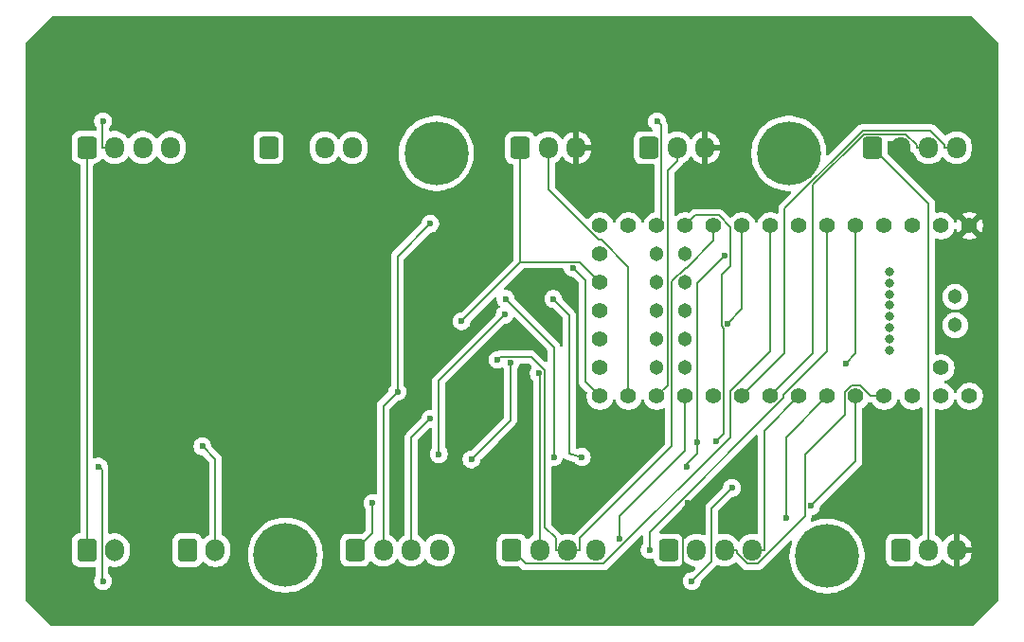
<source format=gbr>
%TF.GenerationSoftware,KiCad,Pcbnew,9.0.5*%
%TF.CreationDate,2025-12-05T21:51:27-08:00*%
%TF.ProjectId,ArmRobotBoardTeensy,41726d52-6f62-46f7-9442-6f6172645465,rev?*%
%TF.SameCoordinates,Original*%
%TF.FileFunction,Copper,L2,Bot*%
%TF.FilePolarity,Positive*%
%FSLAX46Y46*%
G04 Gerber Fmt 4.6, Leading zero omitted, Abs format (unit mm)*
G04 Created by KiCad (PCBNEW 9.0.5) date 2025-12-05 21:51:27*
%MOMM*%
%LPD*%
G01*
G04 APERTURE LIST*
G04 Aperture macros list*
%AMRoundRect*
0 Rectangle with rounded corners*
0 $1 Rounding radius*
0 $2 $3 $4 $5 $6 $7 $8 $9 X,Y pos of 4 corners*
0 Add a 4 corners polygon primitive as box body*
4,1,4,$2,$3,$4,$5,$6,$7,$8,$9,$2,$3,0*
0 Add four circle primitives for the rounded corners*
1,1,$1+$1,$2,$3*
1,1,$1+$1,$4,$5*
1,1,$1+$1,$6,$7*
1,1,$1+$1,$8,$9*
0 Add four rect primitives between the rounded corners*
20,1,$1+$1,$2,$3,$4,$5,0*
20,1,$1+$1,$4,$5,$6,$7,0*
20,1,$1+$1,$6,$7,$8,$9,0*
20,1,$1+$1,$8,$9,$2,$3,0*%
G04 Aperture macros list end*
%TA.AperFunction,ComponentPad*%
%ADD10O,1.700000X1.950000*%
%TD*%
%TA.AperFunction,ComponentPad*%
%ADD11RoundRect,0.250000X-0.600000X-0.725000X0.600000X-0.725000X0.600000X0.725000X-0.600000X0.725000X0*%
%TD*%
%TA.AperFunction,ComponentPad*%
%ADD12O,1.700000X2.000000*%
%TD*%
%TA.AperFunction,ComponentPad*%
%ADD13RoundRect,0.250000X-0.600000X-0.750000X0.600000X-0.750000X0.600000X0.750000X-0.600000X0.750000X0*%
%TD*%
%TA.AperFunction,ComponentPad*%
%ADD14C,1.404000*%
%TD*%
%TA.AperFunction,ComponentPad*%
%ADD15C,1.304000*%
%TD*%
%TA.AperFunction,ComponentPad*%
%ADD16C,0.804000*%
%TD*%
%TA.AperFunction,ComponentPad*%
%ADD17C,5.700000*%
%TD*%
%TA.AperFunction,ViaPad*%
%ADD18C,0.600000*%
%TD*%
%TA.AperFunction,Conductor*%
%ADD19C,0.150000*%
%TD*%
G04 APERTURE END LIST*
D10*
%TO.P,J2,4,Pin_4*%
%TO.N,B*%
X129500000Y-86000000D03*
%TO.P,J2,3,Pin_3*%
%TO.N,A*%
X127000000Y-86000000D03*
%TO.P,J2,2,Pin_2*%
%TO.N,GND*%
X124500000Y-86000000D03*
D11*
%TO.P,J2,1,Pin_1*%
%TO.N,+3.3V*%
X122000000Y-86000000D03*
%TD*%
D12*
%TO.P,J7,2,Pin_2*%
%TO.N,Net-(J6-Pin_2)*%
X117250000Y-121975000D03*
D13*
%TO.P,J7,1,Pin_1*%
%TO.N,+3.3V*%
X114750000Y-121975000D03*
%TD*%
D14*
%TO.P,U1,1,GND*%
%TO.N,GND*%
X184644300Y-92969400D03*
%TO.P,U1,2,0_RX1_CRX2_CS1*%
%TO.N,PWM1EN*%
X182104300Y-92969400D03*
%TO.P,U1,3,1_TX1_CTX2_MISO1*%
%TO.N,RPWM1*%
X179564300Y-92969400D03*
%TO.P,U1,4,2_OUT2*%
%TO.N,A*%
X177024300Y-92969400D03*
%TO.P,U1,5,3_LRCLK2*%
%TO.N,LPWM1*%
X174484300Y-92969400D03*
%TO.P,U1,6,4_BCLK2*%
%TO.N,PWM2VT*%
X171944300Y-92969400D03*
%TO.P,U1,7,5_IN2*%
%TO.N,B*%
X169404300Y-92969400D03*
%TO.P,U1,8,6_OUT1D*%
%TO.N,PWM2EN*%
X166864300Y-92969400D03*
%TO.P,U1,9,7_RX2_OUT1A*%
%TO.N,RPWM2*%
X164324300Y-92969400D03*
%TO.P,U1,10,8_TX2_IN1*%
%TO.N,LPWM2*%
X161784300Y-92969400D03*
%TO.P,U1,11,9_OUT1C*%
%TO.N,SPIS*%
X159244300Y-92969400D03*
%TO.P,U1,12,10_CS_MQSR*%
%TO.N,CS*%
X156704300Y-92969400D03*
%TO.P,U1,13,11_MOSI_CTX1*%
%TO.N,unconnected-(U1-11_MOSI_CTX1-Pad13)*%
X154164300Y-92969400D03*
%TO.P,U1,14,12_MISO_MQSL*%
%TO.N,MISO*%
X151624300Y-92969400D03*
%TO.P,U1,15,VBAT*%
%TO.N,unconnected-(U1-VBAT-Pad15)*%
X151624300Y-95509400D03*
%TO.P,U1,16,3V3*%
%TO.N,+3.3V*%
X151624300Y-98049400D03*
%TO.P,U1,17,GND*%
%TO.N,unconnected-(U1-GND-Pad17)*%
X151624300Y-100589400D03*
%TO.P,U1,18,PROGRAM*%
%TO.N,unconnected-(U1-PROGRAM-Pad18)*%
X151624300Y-103129400D03*
%TO.P,U1,19,ON_OFF*%
%TO.N,unconnected-(U1-ON_OFF-Pad19)*%
X151624300Y-105669400D03*
%TO.P,U1,20,13_SCK_CRX1_LED*%
%TO.N,SCK*%
X151624300Y-108209400D03*
%TO.P,U1,21,14_A0_TX3_SPDIF_OUT*%
%TO.N,A0*%
X154164300Y-108209400D03*
%TO.P,U1,22,15_A1_RX3_SPDIF_IN*%
%TO.N,A1*%
X156704300Y-108209400D03*
%TO.P,U1,23,16_A2_RX4_SCL1*%
%TO.N,PWM1VT*%
X159244300Y-108209400D03*
%TO.P,U1,24,17_A3_TX4_SDA1*%
%TO.N,SOL*%
X161784300Y-108209400D03*
%TO.P,U1,25,18_A4_SDA0*%
%TO.N,SDA*%
X164324300Y-108209400D03*
%TO.P,U1,26,19_A5_SCL0*%
%TO.N,SCL*%
X166864300Y-108209400D03*
%TO.P,U1,27,20_A6_TX5_LRCLK1*%
%TO.N,PWM3VT*%
X169404300Y-108209400D03*
%TO.P,U1,28,21_A7_RX5_BCLK1*%
%TO.N,PWM3EN*%
X171944300Y-108209400D03*
%TO.P,U1,29,22_A8_CTX1*%
%TO.N,RPWM3*%
X174484300Y-108209400D03*
%TO.P,U1,30,23_A9_CRX1_MCLK1*%
%TO.N,LPWM3*%
X177024300Y-108209400D03*
%TO.P,U1,31,3V3*%
%TO.N,unconnected-(U1-3V3-Pad31)*%
X179564300Y-108209400D03*
%TO.P,U1,32,GND*%
%TO.N,unconnected-(U1-GND-Pad32)*%
X182104300Y-108209400D03*
%TO.P,U1,33,VIN*%
%TO.N,unconnected-(U1-VIN-Pad33)*%
X184644300Y-108209400D03*
%TO.P,U1,34,VUSB*%
%TO.N,unconnected-(U1-VUSB-Pad34)*%
X182104300Y-105669400D03*
D15*
%TO.P,U1,35,24_A10_TX6_SCL2*%
%TO.N,unconnected-(U1-24_A10_TX6_SCL2-Pad35)*%
X156704300Y-105669400D03*
%TO.P,U1,36,25_A11_RX6_SDA2*%
%TO.N,unconnected-(U1-25_A11_RX6_SDA2-Pad36)*%
X159244300Y-105669400D03*
%TO.P,U1,37,26_A12_MOSI1*%
%TO.N,unconnected-(U1-26_A12_MOSI1-Pad37)*%
X156704300Y-103129400D03*
%TO.P,U1,38,27_A13_SCK1*%
%TO.N,unconnected-(U1-27_A13_SCK1-Pad38)*%
X159244300Y-103129400D03*
%TO.P,U1,39,28_RX7*%
%TO.N,unconnected-(U1-28_RX7-Pad39)*%
X156704300Y-100589400D03*
%TO.P,U1,40,29_TX7*%
%TO.N,unconnected-(U1-29_TX7-Pad40)*%
X159244300Y-100589400D03*
%TO.P,U1,41,30_CRX3*%
%TO.N,unconnected-(U1-30_CRX3-Pad41)*%
X156704300Y-98049400D03*
%TO.P,U1,42,31_CTX3*%
%TO.N,unconnected-(U1-31_CTX3-Pad42)*%
X159244300Y-98049400D03*
%TO.P,U1,43,32_OUT1B*%
%TO.N,unconnected-(U1-32_OUT1B-Pad43)*%
X156704300Y-95509400D03*
%TO.P,U1,44,33_MCLK2*%
%TO.N,unconnected-(U1-33_MCLK2-Pad44)*%
X159244300Y-95509400D03*
D16*
%TO.P,U1,45,34_DAT1_MISO2*%
%TO.N,unconnected-(U1-34_DAT1_MISO2-Pad45)*%
X177505900Y-104089400D03*
%TO.P,U1,46,35_DAT0_MOSI2*%
%TO.N,unconnected-(U1-35_DAT0_MOSI2-Pad46)*%
X177505900Y-103089400D03*
%TO.P,U1,47,GND*%
%TO.N,unconnected-(U1-GND-Pad47)*%
X177505900Y-102089400D03*
%TO.P,U1,48,36_CLK_CS2*%
%TO.N,unconnected-(U1-36_CLK_CS2-Pad48)*%
X177505900Y-101089400D03*
%TO.P,U1,49,3V3*%
%TO.N,unconnected-(U1-3V3-Pad49)*%
X177505900Y-100089400D03*
%TO.P,U1,50,37_CMD_SCK2*%
%TO.N,unconnected-(U1-37_CMD_SCK2-Pad50)*%
X177505900Y-99089400D03*
%TO.P,U1,51,38_DAT3_RX5*%
%TO.N,unconnected-(U1-38_DAT3_RX5-Pad51)*%
X177505900Y-98089400D03*
%TO.P,U1,52,39_DAT2_TX5*%
%TO.N,unconnected-(U1-39_DAT2_TX5-Pad52)*%
X177505900Y-97089400D03*
D15*
%TO.P,U1,53,D-*%
%TO.N,unconnected-(U1-D--Pad53)*%
X183374300Y-101859400D03*
%TO.P,U1,54,D+*%
%TO.N,unconnected-(U1-D+-Pad54)*%
X183374300Y-99319400D03*
%TD*%
D11*
%TO.P,J8,1,Pin_1*%
%TO.N,PWM1EN*%
X129750000Y-121975000D03*
D10*
%TO.P,J8,2,Pin_2*%
%TO.N,RPWM1*%
X132250000Y-121975000D03*
%TO.P,J8,3,Pin_3*%
%TO.N,LPWM1*%
X134750000Y-121975000D03*
%TO.P,J8,4,Pin_4*%
%TO.N,PWM1VT*%
X137250000Y-121975000D03*
%TD*%
D13*
%TO.P,J6,1,Pin_1*%
%TO.N,+3.3V*%
X105750000Y-121975000D03*
D12*
%TO.P,J6,2,Pin_2*%
%TO.N,Net-(J6-Pin_2)*%
X108250000Y-121975000D03*
%TD*%
D11*
%TO.P,J5,1,Pin_1*%
%TO.N,+3.3V*%
X176000000Y-86000000D03*
D10*
%TO.P,J5,2,Pin_2*%
%TO.N,GND*%
X178500000Y-86000000D03*
%TO.P,J5,3,Pin_3*%
%TO.N,SCL*%
X181000000Y-86000000D03*
%TO.P,J5,4,Pin_4*%
%TO.N,SDA*%
X183500000Y-86000000D03*
%TD*%
D11*
%TO.P,J11,1,Pin_1*%
%TO.N,SIG*%
X178500000Y-121975000D03*
D10*
%TO.P,J11,2,Pin_2*%
%TO.N,+3.3V*%
X181000000Y-121975000D03*
%TO.P,J11,3,Pin_3*%
%TO.N,GND*%
X183500000Y-121975000D03*
%TD*%
D11*
%TO.P,J9,1,Pin_1*%
%TO.N,PWM2EN*%
X143750000Y-121975000D03*
D10*
%TO.P,J9,2,Pin_2*%
%TO.N,RPWM2*%
X146250000Y-121975000D03*
%TO.P,J9,3,Pin_3*%
%TO.N,LPWM2*%
X148750000Y-121975000D03*
%TO.P,J9,4,Pin_4*%
%TO.N,PWM2VT*%
X151250000Y-121975000D03*
%TD*%
D11*
%TO.P,J10,1,Pin_1*%
%TO.N,PWM3EN*%
X157750000Y-121975000D03*
D10*
%TO.P,J10,2,Pin_2*%
%TO.N,RPWM3*%
X160250000Y-121975000D03*
%TO.P,J10,3,Pin_3*%
%TO.N,LPWM3*%
X162750000Y-121975000D03*
%TO.P,J10,4,Pin_4*%
%TO.N,PWM3VT*%
X165250000Y-121975000D03*
%TD*%
D11*
%TO.P,J3,1,Pin_1*%
%TO.N,+3.3V*%
X144500000Y-86000000D03*
D10*
%TO.P,J3,2,Pin_2*%
%TO.N,A0*%
X147000000Y-86000000D03*
%TO.P,J3,3,Pin_3*%
%TO.N,GND*%
X149500000Y-86000000D03*
%TD*%
D17*
%TO.P,MH4,1,1*%
%TO.N,unconnected-(MH4-Pad1)*%
X171908500Y-122500000D03*
%TD*%
%TO.P,MH3,1,1*%
%TO.N,unconnected-(MH3-Pad1)*%
X123500000Y-122420000D03*
%TD*%
D11*
%TO.P,J1,1,Pin_1*%
%TO.N,+3.3V*%
X105752200Y-85977500D03*
D10*
%TO.P,J1,2,Pin_2*%
%TO.N,CS*%
X108252200Y-85977500D03*
%TO.P,J1,3,Pin_3*%
%TO.N,SCK*%
X110752200Y-85977500D03*
%TO.P,J1,4,Pin_4*%
%TO.N,MISO*%
X113252200Y-85977500D03*
%TO.P,J1,5,Pin_5*%
%TO.N,GND*%
X115752200Y-85977500D03*
%TD*%
D11*
%TO.P,J4,1,Pin_1*%
%TO.N,+3.3V*%
X156000000Y-86000000D03*
D10*
%TO.P,J4,2,Pin_2*%
%TO.N,A1*%
X158500000Y-86000000D03*
%TO.P,J4,3,Pin_3*%
%TO.N,GND*%
X161000000Y-86000000D03*
%TD*%
D17*
%TO.P,MH1,1,1*%
%TO.N,unconnected-(MH1-Pad1)*%
X137000000Y-86500000D03*
%TD*%
%TO.P,MH2,1,1*%
%TO.N,unconnected-(MH2-Pad1)*%
X168500000Y-86500000D03*
%TD*%
D18*
%TO.N,GND*%
X159500000Y-117749997D03*
X176000000Y-110500000D03*
X149324338Y-98358120D03*
X149861028Y-108048713D03*
X150000000Y-111000000D03*
X145000000Y-111000000D03*
X179000000Y-116500000D03*
X149858903Y-115733287D03*
X131176150Y-115707263D03*
X118470000Y-114500000D03*
X108500000Y-91500000D03*
X116000000Y-117500000D03*
X180000000Y-114500000D03*
X140906977Y-117423800D03*
X135923548Y-115732178D03*
X145255895Y-117316215D03*
X154500000Y-115000000D03*
%TO.N,Net-(J6-Pin_2)*%
X116080400Y-112687200D03*
%TO.N,Net-(D10-Pad2)*%
X163414600Y-116406400D03*
X159829700Y-124742000D03*
X107208500Y-124742000D03*
X106816100Y-114521200D03*
%TO.N,LPWM3A*%
X150000000Y-113644300D03*
X147447500Y-99518800D03*
%TO.N,RPWM3A*%
X147500000Y-113645900D03*
X143187300Y-99518800D03*
%TO.N,RPWM2A*%
X143094700Y-100936100D03*
X137217500Y-113386100D03*
%TO.N,LPWM2A*%
X143623000Y-105236500D03*
X140128800Y-113859900D03*
%TO.N,CS*%
X107208500Y-83622100D03*
X156719000Y-83632300D03*
%TO.N,SCK*%
X149188600Y-96734300D03*
%TO.N,SPIS*%
X161996900Y-112261400D03*
%TO.N,RPWM3*%
X170481200Y-118041600D03*
%TO.N,PWM3EN*%
X168264300Y-119088400D03*
%TO.N,RPWM2*%
X146149700Y-106161100D03*
X163038700Y-101707300D03*
%TO.N,PWM2VT*%
X156066100Y-121942500D03*
%TO.N,LPWM2*%
X142453600Y-104958700D03*
%TO.N,RPWM1*%
X136442500Y-92783700D03*
X133519100Y-107810300D03*
%TO.N,PWM1VT*%
X153398200Y-120946300D03*
%TO.N,LPWM1*%
X173578000Y-105264600D03*
X136442500Y-110215500D03*
%TO.N,PWM1EN*%
X162753100Y-95689000D03*
X159413600Y-114499200D03*
X131282100Y-117785700D03*
X160305400Y-112348300D03*
%TO.N,+3.3V*%
X139252400Y-101499600D03*
%TD*%
D19*
%TO.N,GND*%
X159000000Y-118249997D02*
X159000000Y-123500000D01*
X159500000Y-117749997D02*
X159000000Y-118249997D01*
%TO.N,LPWM3A*%
X148882900Y-113380800D02*
X148882900Y-100954200D01*
X150000000Y-113644300D02*
X148882900Y-113380800D01*
X148882900Y-100954200D02*
X147447500Y-99518800D01*
%TO.N,GND*%
X149858903Y-115733287D02*
X150000000Y-115592190D01*
%TO.N,Net-(J6-Pin_2)*%
X117250000Y-113856800D02*
X117250000Y-121975000D01*
X116080400Y-112687200D02*
X117250000Y-113856800D01*
%TO.N,Net-(D10-Pad2)*%
X161606200Y-122965500D02*
X159829700Y-124742000D01*
X161606200Y-118214800D02*
X161606200Y-122965500D01*
X163414600Y-116406400D02*
X161606200Y-118214800D01*
X107113800Y-114818900D02*
X106816100Y-114521200D01*
X107113800Y-124647300D02*
X107113800Y-114818900D01*
X107208500Y-124742000D02*
X107113800Y-124647300D01*
%TO.N,RPWM3A*%
X147500000Y-103831500D02*
X147500000Y-113645900D01*
X143187300Y-99518800D02*
X147500000Y-103831500D01*
%TO.N,RPWM2A*%
X137217500Y-106813300D02*
X137217500Y-113386100D01*
X143094700Y-100936100D02*
X137217500Y-106813300D01*
%TO.N,LPWM2A*%
X143623000Y-110365700D02*
X140128800Y-113859900D01*
X143623000Y-105236500D02*
X143623000Y-110365700D01*
%TO.N,CS*%
X107175500Y-83655100D02*
X107208500Y-83622100D01*
X107175500Y-85977500D02*
X107175500Y-83655100D01*
X157082700Y-92591000D02*
X156704300Y-92969400D01*
X157082700Y-83996000D02*
X157082700Y-92591000D01*
X156719000Y-83632300D02*
X157082700Y-83996000D01*
X108252200Y-85977500D02*
X107175500Y-85977500D01*
%TO.N,SCK*%
X150299500Y-106884600D02*
X151624300Y-108209400D01*
X150299500Y-97845200D02*
X150299500Y-106884600D01*
X149188600Y-96734300D02*
X150299500Y-97845200D01*
%TO.N,SPIS*%
X160173000Y-92040700D02*
X159244300Y-92969400D01*
X162223500Y-92040700D02*
X160173000Y-92040700D01*
X163291600Y-93108800D02*
X162223500Y-92040700D01*
X163291600Y-96571700D02*
X163291600Y-93108800D01*
X162501400Y-97361900D02*
X163291600Y-96571700D01*
X162501400Y-101925100D02*
X162501400Y-97361900D01*
X162713000Y-102136700D02*
X162501400Y-101925100D01*
X162713000Y-111545300D02*
X162713000Y-102136700D01*
X161996900Y-112261400D02*
X162713000Y-111545300D01*
%TO.N,PWM3VT*%
X165250000Y-121975000D02*
X166326700Y-121975000D01*
X166326700Y-111287000D02*
X169404300Y-108209400D01*
X166326700Y-121975000D02*
X166326700Y-111287000D01*
%TO.N,RPWM3*%
X174484300Y-114038500D02*
X174484300Y-108209400D01*
X170481200Y-118041600D02*
X174484300Y-114038500D01*
%TO.N,PWM3EN*%
X168264300Y-111889400D02*
X171944300Y-108209400D01*
X168264300Y-119088400D02*
X168264300Y-111889400D01*
%TO.N,LPWM3*%
X162750000Y-121975000D02*
X163826700Y-121975000D01*
X163826700Y-122244200D02*
X163826700Y-121975000D01*
X164776600Y-123194100D02*
X163826700Y-122244200D01*
X165714500Y-123194100D02*
X164776600Y-123194100D01*
X169954500Y-118954100D02*
X165714500Y-123194100D01*
X169954500Y-113448900D02*
X169954500Y-118954100D01*
X173555600Y-109847800D02*
X169954500Y-113448900D01*
X173555600Y-107824800D02*
X173555600Y-109847800D01*
X174099700Y-107280700D02*
X173555600Y-107824800D01*
X174869000Y-107280700D02*
X174099700Y-107280700D01*
X175797600Y-108209300D02*
X174869000Y-107280700D01*
X175797600Y-108209400D02*
X175797600Y-108209300D01*
X177024300Y-108209400D02*
X175797600Y-108209400D01*
%TO.N,RPWM2*%
X146250000Y-106261400D02*
X146250000Y-121975000D01*
X146149700Y-106161100D02*
X146250000Y-106261400D01*
X164324300Y-100421700D02*
X163038700Y-101707300D01*
X164324300Y-92969400D02*
X164324300Y-100421700D01*
%TO.N,PWM2VT*%
X156066100Y-120366500D02*
X156066100Y-121942500D01*
X168052600Y-108380000D02*
X156066100Y-120366500D01*
X168052600Y-108119900D02*
X168052600Y-108380000D01*
X171944300Y-104228200D02*
X168052600Y-108119900D01*
X171944300Y-92969400D02*
X171944300Y-104228200D01*
%TO.N,LPWM2*%
X148750000Y-121975000D02*
X147673300Y-121975000D01*
X161784300Y-94323400D02*
X161784300Y-92969400D01*
X159378300Y-96729400D02*
X161784300Y-94323400D01*
X159264900Y-96729400D02*
X159378300Y-96729400D01*
X158038100Y-97956200D02*
X159264900Y-96729400D01*
X158038100Y-112686900D02*
X158038100Y-97956200D01*
X149826700Y-120898300D02*
X158038100Y-112686900D01*
X149826700Y-121975000D02*
X149826700Y-120898300D01*
X148750000Y-121975000D02*
X149826700Y-121975000D01*
X142702500Y-104709800D02*
X142453600Y-104958700D01*
X145487300Y-104709800D02*
X142702500Y-104709800D01*
X146683700Y-105906200D02*
X145487300Y-104709800D01*
X146683700Y-119908700D02*
X146683700Y-105906200D01*
X147673300Y-120898300D02*
X146683700Y-119908700D01*
X147673300Y-121975000D02*
X147673300Y-120898300D01*
%TO.N,PWM2EN*%
X166864300Y-104171600D02*
X166864300Y-92969400D01*
X163246500Y-107789400D02*
X166864300Y-104171600D01*
X163246500Y-111892000D02*
X163246500Y-107789400D01*
X151952300Y-123186200D02*
X163246500Y-111892000D01*
X144961200Y-123186200D02*
X151952300Y-123186200D01*
X143750000Y-121975000D02*
X144961200Y-123186200D01*
%TO.N,RPWM1*%
X133519100Y-95707100D02*
X133519100Y-107810300D01*
X136442500Y-92783700D02*
X133519100Y-95707100D01*
X132250000Y-109079400D02*
X132250000Y-121975000D01*
X133519100Y-107810300D02*
X132250000Y-109079400D01*
%TO.N,PWM1VT*%
X153399300Y-118913000D02*
X153399300Y-120942000D01*
X159244300Y-113068000D02*
X153399300Y-118913000D01*
X159244300Y-108209400D02*
X159244300Y-113068000D01*
X153399300Y-120942000D02*
X153399300Y-120943600D01*
X153399300Y-120943600D02*
X153399300Y-120945200D01*
X153399300Y-120945200D02*
X153398200Y-120946300D01*
%TO.N,LPWM1*%
X174484300Y-104358300D02*
X173578000Y-105264600D01*
X174484300Y-92969400D02*
X174484300Y-104358300D01*
X134750000Y-111908000D02*
X134750000Y-121975000D01*
X136442500Y-110215500D02*
X134750000Y-111908000D01*
%TO.N,PWM1EN*%
X131282700Y-120442300D02*
X131282700Y-117789500D01*
X129750000Y-121975000D02*
X131282700Y-120442300D01*
X159413600Y-114235200D02*
X160305400Y-113343400D01*
X159413600Y-114499200D02*
X159413600Y-114235200D01*
X160305400Y-113343400D02*
X160305400Y-112348300D01*
X160305400Y-98136700D02*
X160305400Y-112348300D01*
X162753100Y-95689000D02*
X160305400Y-98136700D01*
X160305400Y-112348300D02*
X160305400Y-113343400D01*
X131282700Y-117789500D02*
X131282700Y-117787900D01*
X131282700Y-117787900D02*
X131282400Y-117787600D01*
X131282400Y-117787600D02*
X131282400Y-117786000D01*
X131282400Y-117786000D02*
X131282100Y-117785700D01*
%TO.N,SCL*%
X181000000Y-86000000D02*
X179923300Y-86000000D01*
X170674400Y-104399300D02*
X166864300Y-108209400D01*
X170674400Y-89324700D02*
X170674400Y-104399300D01*
X175213100Y-84786000D02*
X170674400Y-89324700D01*
X178978500Y-84786000D02*
X175213100Y-84786000D01*
X179923300Y-85730800D02*
X178978500Y-84786000D01*
X179923300Y-86000000D02*
X179923300Y-85730800D01*
%TO.N,SDA*%
X182423300Y-85714400D02*
X182423300Y-86000000D01*
X181168600Y-84459700D02*
X182423300Y-85714400D01*
X175093000Y-84459700D02*
X181168600Y-84459700D01*
X168134300Y-91418400D02*
X175093000Y-84459700D01*
X168134300Y-104399400D02*
X168134300Y-91418400D01*
X164324300Y-108209400D02*
X168134300Y-104399400D01*
X183500000Y-86000000D02*
X182423300Y-86000000D01*
%TO.N,A1*%
X158500000Y-86000000D02*
X158500000Y-87201700D01*
X157671200Y-107242500D02*
X156704300Y-108209400D01*
X157671200Y-88030500D02*
X157671200Y-107242500D01*
X158500000Y-87201700D02*
X157671200Y-88030500D01*
%TO.N,A0*%
X154164300Y-96637600D02*
X154164300Y-108209400D01*
X151766100Y-94239400D02*
X154164300Y-96637600D01*
X151504300Y-94239400D02*
X151766100Y-94239400D01*
X147000000Y-89735100D02*
X151504300Y-94239400D01*
X147000000Y-86000000D02*
X147000000Y-89735100D01*
%TO.N,+3.3V*%
X105752200Y-121972800D02*
X105752200Y-85977500D01*
X105750000Y-121975000D02*
X105752200Y-121972800D01*
X181000000Y-91000000D02*
X181000000Y-121975000D01*
X176000000Y-86000000D02*
X181000000Y-91000000D01*
X149782500Y-96207600D02*
X144500000Y-96207600D01*
X151624300Y-98049400D02*
X149782500Y-96207600D01*
X144500000Y-86000000D02*
X144500000Y-96207600D01*
X144500000Y-96252000D02*
X139252400Y-101499600D01*
X144500000Y-96207600D02*
X144500000Y-96252000D01*
%TO.N,GND*%
X154500000Y-115000000D02*
X153766713Y-115733287D01*
X153766713Y-115733287D02*
X149858903Y-115733287D01*
%TD*%
%TA.AperFunction,Conductor*%
%TO.N,GND*%
G36*
X165670534Y-111678460D02*
G01*
X165726467Y-111720332D01*
X165750884Y-111785796D01*
X165751200Y-111794642D01*
X165751200Y-120422178D01*
X165731515Y-120489217D01*
X165678711Y-120534972D01*
X165609553Y-120544916D01*
X165588883Y-120540109D01*
X165566251Y-120532755D01*
X165566244Y-120532754D01*
X165386239Y-120504244D01*
X165356287Y-120499500D01*
X165143713Y-120499500D01*
X165129760Y-120501710D01*
X164933760Y-120532753D01*
X164933757Y-120532754D01*
X164760494Y-120589051D01*
X164731585Y-120598444D01*
X164542179Y-120694951D01*
X164370213Y-120819890D01*
X164219894Y-120970209D01*
X164219890Y-120970214D01*
X164100318Y-121134793D01*
X164044989Y-121177459D01*
X163975375Y-121183438D01*
X163913580Y-121150833D01*
X163899682Y-121134793D01*
X163780109Y-120970214D01*
X163780105Y-120970209D01*
X163629786Y-120819890D01*
X163457820Y-120694951D01*
X163268414Y-120598444D01*
X163268413Y-120598443D01*
X163268412Y-120598443D01*
X163066243Y-120532754D01*
X163066241Y-120532753D01*
X163066240Y-120532753D01*
X162870240Y-120501710D01*
X162856287Y-120499500D01*
X162643713Y-120499500D01*
X162629760Y-120501710D01*
X162433759Y-120532753D01*
X162344018Y-120561912D01*
X162274177Y-120563907D01*
X162214344Y-120527826D01*
X162183516Y-120465125D01*
X162181700Y-120443981D01*
X162181700Y-118504542D01*
X162201385Y-118437503D01*
X162218019Y-118416861D01*
X163391661Y-117243219D01*
X163452984Y-117209734D01*
X163479342Y-117206900D01*
X163493444Y-117206900D01*
X163493445Y-117206899D01*
X163648097Y-117176137D01*
X163793779Y-117115794D01*
X163924889Y-117028189D01*
X164036389Y-116916689D01*
X164123994Y-116785579D01*
X164184337Y-116639897D01*
X164215100Y-116485242D01*
X164215100Y-116327558D01*
X164215100Y-116327555D01*
X164215099Y-116327553D01*
X164184338Y-116172910D01*
X164184337Y-116172903D01*
X164184335Y-116172898D01*
X164123997Y-116027227D01*
X164123990Y-116027214D01*
X164036389Y-115896111D01*
X164036386Y-115896107D01*
X163924892Y-115784613D01*
X163924888Y-115784610D01*
X163793785Y-115697009D01*
X163793772Y-115697002D01*
X163648101Y-115636664D01*
X163648089Y-115636661D01*
X163493445Y-115605900D01*
X163493442Y-115605900D01*
X163335758Y-115605900D01*
X163335755Y-115605900D01*
X163181110Y-115636661D01*
X163181098Y-115636664D01*
X163035427Y-115697002D01*
X163035414Y-115697009D01*
X162904311Y-115784610D01*
X162904307Y-115784613D01*
X162792813Y-115896107D01*
X162792810Y-115896111D01*
X162705209Y-116027214D01*
X162705202Y-116027227D01*
X162644864Y-116172898D01*
X162644861Y-116172910D01*
X162614100Y-116327553D01*
X162614100Y-116341658D01*
X162594415Y-116408697D01*
X162577781Y-116429339D01*
X161145687Y-117861432D01*
X161145685Y-117861435D01*
X161069919Y-117992663D01*
X161030700Y-118139034D01*
X161030700Y-120529735D01*
X161011015Y-120596774D01*
X160958211Y-120642529D01*
X160889053Y-120652473D01*
X160850406Y-120640220D01*
X160768417Y-120598445D01*
X160768414Y-120598444D01*
X160768412Y-120598443D01*
X160566243Y-120532754D01*
X160566241Y-120532753D01*
X160566240Y-120532753D01*
X160370240Y-120501710D01*
X160356287Y-120499500D01*
X160143713Y-120499500D01*
X160129760Y-120501710D01*
X159933760Y-120532753D01*
X159933757Y-120532754D01*
X159760494Y-120589051D01*
X159731585Y-120598444D01*
X159542179Y-120694951D01*
X159370215Y-120819889D01*
X159231398Y-120958706D01*
X159170075Y-120992190D01*
X159100383Y-120987206D01*
X159044450Y-120945334D01*
X159038178Y-120936120D01*
X158942712Y-120781344D01*
X158818657Y-120657289D01*
X158818656Y-120657288D01*
X158701260Y-120584878D01*
X158669336Y-120565187D01*
X158669331Y-120565185D01*
X158659454Y-120561912D01*
X158502797Y-120510001D01*
X158502795Y-120510000D01*
X158400010Y-120499500D01*
X157099998Y-120499500D01*
X157099980Y-120499501D01*
X157053556Y-120504244D01*
X156984863Y-120491474D01*
X156933979Y-120443593D01*
X156917059Y-120375803D01*
X156939476Y-120309626D01*
X156953268Y-120293211D01*
X165539519Y-111706961D01*
X165600842Y-111673476D01*
X165670534Y-111678460D01*
G37*
%TD.AperFunction*%
%TA.AperFunction,Conductor*%
G36*
X148347399Y-96802785D02*
G01*
X148393154Y-96855589D01*
X148401977Y-96882909D01*
X148418861Y-96967789D01*
X148418864Y-96967801D01*
X148479202Y-97113472D01*
X148479209Y-97113485D01*
X148566810Y-97244588D01*
X148566813Y-97244592D01*
X148678307Y-97356086D01*
X148678311Y-97356089D01*
X148809414Y-97443690D01*
X148809427Y-97443697D01*
X148955098Y-97504035D01*
X148955103Y-97504037D01*
X149056645Y-97524235D01*
X149109753Y-97534799D01*
X149109756Y-97534800D01*
X149109758Y-97534800D01*
X149123858Y-97534800D01*
X149190897Y-97554485D01*
X149211539Y-97571119D01*
X149687681Y-98047261D01*
X149721166Y-98108584D01*
X149724000Y-98134942D01*
X149724000Y-106808834D01*
X149724000Y-106960366D01*
X149739414Y-107017893D01*
X149763219Y-107106736D01*
X149785318Y-107145012D01*
X149838985Y-107237965D01*
X149838987Y-107237967D01*
X150417320Y-107816300D01*
X150450805Y-107877623D01*
X150452112Y-107923379D01*
X150421800Y-108114761D01*
X150421800Y-108304038D01*
X150451409Y-108490986D01*
X150509901Y-108671004D01*
X150557318Y-108764063D01*
X150595830Y-108839647D01*
X150707085Y-108992776D01*
X150840924Y-109126615D01*
X150994053Y-109237870D01*
X151046296Y-109264489D01*
X151162695Y-109323798D01*
X151162697Y-109323798D01*
X151162700Y-109323800D01*
X151215104Y-109340827D01*
X151342713Y-109382290D01*
X151414494Y-109393659D01*
X151529661Y-109411900D01*
X151529662Y-109411900D01*
X151718938Y-109411900D01*
X151718939Y-109411900D01*
X151905886Y-109382290D01*
X152085900Y-109323800D01*
X152254547Y-109237870D01*
X152407676Y-109126615D01*
X152541515Y-108992776D01*
X152652770Y-108839647D01*
X152738700Y-108671000D01*
X152776369Y-108555067D01*
X152815807Y-108497391D01*
X152880165Y-108470193D01*
X152949012Y-108482108D01*
X153000487Y-108529352D01*
X153012231Y-108555067D01*
X153049900Y-108671000D01*
X153135830Y-108839647D01*
X153247085Y-108992776D01*
X153380924Y-109126615D01*
X153534053Y-109237870D01*
X153586296Y-109264489D01*
X153702695Y-109323798D01*
X153702697Y-109323798D01*
X153702700Y-109323800D01*
X153755104Y-109340827D01*
X153882713Y-109382290D01*
X153954494Y-109393659D01*
X154069661Y-109411900D01*
X154069662Y-109411900D01*
X154258938Y-109411900D01*
X154258939Y-109411900D01*
X154445886Y-109382290D01*
X154625900Y-109323800D01*
X154794547Y-109237870D01*
X154947676Y-109126615D01*
X155081515Y-108992776D01*
X155192770Y-108839647D01*
X155278700Y-108671000D01*
X155316369Y-108555067D01*
X155355807Y-108497391D01*
X155420165Y-108470193D01*
X155489012Y-108482108D01*
X155540487Y-108529352D01*
X155552231Y-108555067D01*
X155589900Y-108671000D01*
X155675830Y-108839647D01*
X155787085Y-108992776D01*
X155920924Y-109126615D01*
X156074053Y-109237870D01*
X156126296Y-109264489D01*
X156242695Y-109323798D01*
X156242697Y-109323798D01*
X156242700Y-109323800D01*
X156295104Y-109340827D01*
X156422713Y-109382290D01*
X156494494Y-109393659D01*
X156609661Y-109411900D01*
X156609662Y-109411900D01*
X156798938Y-109411900D01*
X156798939Y-109411900D01*
X156985886Y-109382290D01*
X157165900Y-109323800D01*
X157165905Y-109323797D01*
X157165909Y-109323796D01*
X157282305Y-109264489D01*
X157350974Y-109251592D01*
X157415714Y-109277868D01*
X157455972Y-109334974D01*
X157462600Y-109374973D01*
X157462600Y-112397157D01*
X157442915Y-112464196D01*
X157426281Y-112484838D01*
X149360438Y-120550681D01*
X149359222Y-120549465D01*
X149310707Y-120584878D01*
X149240960Y-120589020D01*
X149230462Y-120586112D01*
X149066240Y-120532753D01*
X148870240Y-120501710D01*
X148856287Y-120499500D01*
X148643713Y-120499500D01*
X148629760Y-120501710D01*
X148433759Y-120532753D01*
X148269536Y-120586113D01*
X148199695Y-120588108D01*
X148139862Y-120552028D01*
X148134382Y-120545502D01*
X147295519Y-119706639D01*
X147262034Y-119645316D01*
X147259200Y-119618958D01*
X147259200Y-114565279D01*
X147278885Y-114498240D01*
X147331689Y-114452485D01*
X147400847Y-114442541D01*
X147407393Y-114443662D01*
X147421157Y-114446400D01*
X147421158Y-114446400D01*
X147578844Y-114446400D01*
X147578845Y-114446399D01*
X147733497Y-114415637D01*
X147879179Y-114355294D01*
X148010289Y-114267689D01*
X148121789Y-114156189D01*
X148209394Y-114025079D01*
X148269737Y-113879397D01*
X148273898Y-113858477D01*
X148277749Y-113851115D01*
X148278095Y-113842816D01*
X148293700Y-113820620D01*
X148306282Y-113796569D01*
X148313502Y-113792457D01*
X148318282Y-113785660D01*
X148343418Y-113775422D01*
X148366998Y-113761995D01*
X148375293Y-113762439D01*
X148382990Y-113759305D01*
X148409668Y-113764281D01*
X148436767Y-113765734D01*
X148445285Y-113770926D01*
X148451675Y-113772118D01*
X148480547Y-113792418D01*
X148480789Y-113792646D01*
X148483438Y-113795218D01*
X148529535Y-113841315D01*
X148529537Y-113841316D01*
X148535986Y-113846265D01*
X148535666Y-113846681D01*
X148536676Y-113847432D01*
X148536983Y-113847007D01*
X148543575Y-113851755D01*
X148543580Y-113851760D01*
X148583593Y-113873280D01*
X148601026Y-113882656D01*
X148602672Y-113883541D01*
X148660765Y-113917081D01*
X148669274Y-113919360D01*
X148677033Y-113923533D01*
X148677035Y-113923534D01*
X148677038Y-113923534D01*
X148677039Y-113923535D01*
X148740484Y-113938500D01*
X148744111Y-113939413D01*
X148807134Y-113956300D01*
X148807142Y-113956300D01*
X148815194Y-113957361D01*
X148815125Y-113957883D01*
X148829986Y-113959612D01*
X149278615Y-114065433D01*
X149339343Y-114099982D01*
X149353248Y-114117230D01*
X149378210Y-114154588D01*
X149378213Y-114154592D01*
X149489707Y-114266086D01*
X149489711Y-114266089D01*
X149620814Y-114353690D01*
X149620827Y-114353697D01*
X149712984Y-114391869D01*
X149766503Y-114414037D01*
X149909801Y-114442541D01*
X149921153Y-114444799D01*
X149921156Y-114444800D01*
X149921158Y-114444800D01*
X150078844Y-114444800D01*
X150078845Y-114444799D01*
X150233497Y-114414037D01*
X150379179Y-114353694D01*
X150510289Y-114266089D01*
X150621789Y-114154589D01*
X150709394Y-114023479D01*
X150714602Y-114010907D01*
X150735848Y-113959612D01*
X150769737Y-113877797D01*
X150800500Y-113723142D01*
X150800500Y-113565458D01*
X150800500Y-113565455D01*
X150800499Y-113565453D01*
X150785033Y-113487700D01*
X150769737Y-113410803D01*
X150763853Y-113396597D01*
X150709397Y-113265127D01*
X150709390Y-113265114D01*
X150621789Y-113134011D01*
X150621786Y-113134007D01*
X150510292Y-113022513D01*
X150510288Y-113022510D01*
X150379185Y-112934909D01*
X150379172Y-112934902D01*
X150233501Y-112874564D01*
X150233489Y-112874561D01*
X150078845Y-112843800D01*
X150078842Y-112843800D01*
X149921158Y-112843800D01*
X149921155Y-112843800D01*
X149766510Y-112874561D01*
X149766498Y-112874564D01*
X149629852Y-112931165D01*
X149560383Y-112938634D01*
X149497904Y-112907359D01*
X149462252Y-112847270D01*
X149458400Y-112816604D01*
X149458400Y-100878435D01*
X149458399Y-100878432D01*
X149458233Y-100877813D01*
X149457238Y-100874099D01*
X149419181Y-100732065D01*
X149343415Y-100600835D01*
X148284319Y-99541739D01*
X148250834Y-99480416D01*
X148248000Y-99454058D01*
X148248000Y-99439955D01*
X148247999Y-99439953D01*
X148231553Y-99357276D01*
X148217237Y-99285303D01*
X148193790Y-99228696D01*
X148156897Y-99139627D01*
X148156890Y-99139614D01*
X148069289Y-99008511D01*
X148069286Y-99008507D01*
X147957792Y-98897013D01*
X147957788Y-98897010D01*
X147826685Y-98809409D01*
X147826672Y-98809402D01*
X147681001Y-98749064D01*
X147680989Y-98749061D01*
X147526345Y-98718300D01*
X147526342Y-98718300D01*
X147368658Y-98718300D01*
X147368655Y-98718300D01*
X147214010Y-98749061D01*
X147213998Y-98749064D01*
X147068327Y-98809402D01*
X147068314Y-98809409D01*
X146937211Y-98897010D01*
X146937207Y-98897013D01*
X146825713Y-99008507D01*
X146825710Y-99008511D01*
X146738109Y-99139614D01*
X146738102Y-99139627D01*
X146677764Y-99285298D01*
X146677761Y-99285310D01*
X146647000Y-99439953D01*
X146647000Y-99597646D01*
X146677761Y-99752289D01*
X146677764Y-99752301D01*
X146738102Y-99897972D01*
X146738109Y-99897985D01*
X146825710Y-100029088D01*
X146825713Y-100029092D01*
X146937207Y-100140586D01*
X146937211Y-100140589D01*
X147068314Y-100228190D01*
X147068327Y-100228197D01*
X147212091Y-100287745D01*
X147214003Y-100288537D01*
X147343577Y-100314311D01*
X147368653Y-100319299D01*
X147368656Y-100319300D01*
X147368658Y-100319300D01*
X147382758Y-100319300D01*
X147449797Y-100338985D01*
X147470439Y-100355619D01*
X148271081Y-101156261D01*
X148304566Y-101217584D01*
X148307400Y-101243942D01*
X148307400Y-103679323D01*
X148287715Y-103746362D01*
X148234911Y-103792117D01*
X148165753Y-103802061D01*
X148102197Y-103773036D01*
X148064423Y-103714258D01*
X148063625Y-103711416D01*
X148050357Y-103661898D01*
X148036281Y-103609365D01*
X147960515Y-103478135D01*
X147853365Y-103370985D01*
X144024119Y-99541739D01*
X143990634Y-99480416D01*
X143987800Y-99454058D01*
X143987800Y-99439955D01*
X143987799Y-99439953D01*
X143971353Y-99357276D01*
X143957037Y-99285303D01*
X143933590Y-99228696D01*
X143896697Y-99139627D01*
X143896690Y-99139614D01*
X143809089Y-99008511D01*
X143809086Y-99008507D01*
X143697592Y-98897013D01*
X143697588Y-98897010D01*
X143566485Y-98809409D01*
X143566472Y-98809402D01*
X143420801Y-98749064D01*
X143420789Y-98749061D01*
X143266145Y-98718300D01*
X143266142Y-98718300D01*
X143146942Y-98718300D01*
X143079903Y-98698615D01*
X143034148Y-98645811D01*
X143024204Y-98576653D01*
X143053229Y-98513097D01*
X143059261Y-98506619D01*
X144746461Y-96819419D01*
X144807784Y-96785934D01*
X144834142Y-96783100D01*
X148280360Y-96783100D01*
X148347399Y-96802785D01*
G37*
%TD.AperFunction*%
%TA.AperFunction,Conductor*%
G36*
X184911916Y-74270185D02*
G01*
X184932558Y-74286819D01*
X187213181Y-76567441D01*
X187246666Y-76628764D01*
X187249500Y-76655122D01*
X187249500Y-126344877D01*
X187229815Y-126411916D01*
X187213181Y-126432558D01*
X184932558Y-128713181D01*
X184871235Y-128746666D01*
X184844877Y-128749500D01*
X102655122Y-128749500D01*
X102588083Y-128729815D01*
X102567441Y-128713181D01*
X100286819Y-126432558D01*
X100253334Y-126371235D01*
X100250500Y-126344877D01*
X100250500Y-121174983D01*
X104399500Y-121174983D01*
X104399500Y-122775001D01*
X104399501Y-122775018D01*
X104410000Y-122877796D01*
X104410001Y-122877799D01*
X104465185Y-123044331D01*
X104465187Y-123044336D01*
X104489232Y-123083319D01*
X104557288Y-123193656D01*
X104681344Y-123317712D01*
X104830666Y-123409814D01*
X104997203Y-123464999D01*
X105099991Y-123475500D01*
X106400008Y-123475499D01*
X106401688Y-123475327D01*
X106402050Y-123475394D01*
X106403164Y-123475338D01*
X106403177Y-123475604D01*
X106470380Y-123488090D01*
X106521269Y-123535966D01*
X106538300Y-123598684D01*
X106538300Y-124266547D01*
X106518615Y-124333586D01*
X106517402Y-124335438D01*
X106499109Y-124362814D01*
X106499102Y-124362827D01*
X106438764Y-124508498D01*
X106438761Y-124508510D01*
X106408000Y-124663153D01*
X106408000Y-124820846D01*
X106438761Y-124975489D01*
X106438764Y-124975501D01*
X106499102Y-125121172D01*
X106499109Y-125121185D01*
X106586710Y-125252288D01*
X106586713Y-125252292D01*
X106698207Y-125363786D01*
X106698211Y-125363789D01*
X106829314Y-125451390D01*
X106829327Y-125451397D01*
X106974998Y-125511735D01*
X106975003Y-125511737D01*
X107129653Y-125542499D01*
X107129656Y-125542500D01*
X107129658Y-125542500D01*
X107287344Y-125542500D01*
X107287345Y-125542499D01*
X107441997Y-125511737D01*
X107587679Y-125451394D01*
X107718789Y-125363789D01*
X107830289Y-125252289D01*
X107917894Y-125121179D01*
X107978237Y-124975497D01*
X108009000Y-124820842D01*
X108009000Y-124663158D01*
X108009000Y-124663155D01*
X108008999Y-124663153D01*
X107978238Y-124508510D01*
X107978237Y-124508503D01*
X107974006Y-124498289D01*
X107917897Y-124362827D01*
X107917890Y-124362814D01*
X107830289Y-124231711D01*
X107830286Y-124231707D01*
X107725619Y-124127040D01*
X107692134Y-124065717D01*
X107689300Y-124039359D01*
X107689300Y-123533487D01*
X107708985Y-123466448D01*
X107761789Y-123420693D01*
X107830947Y-123410749D01*
X107851601Y-123415551D01*
X107933757Y-123442246D01*
X108143713Y-123475500D01*
X108143714Y-123475500D01*
X108356286Y-123475500D01*
X108356287Y-123475500D01*
X108566243Y-123442246D01*
X108768412Y-123376557D01*
X108957816Y-123280051D01*
X109019733Y-123235066D01*
X109129786Y-123155109D01*
X109129788Y-123155106D01*
X109129792Y-123155104D01*
X109280104Y-123004792D01*
X109280106Y-123004788D01*
X109280109Y-123004786D01*
X109405048Y-122832820D01*
X109405047Y-122832820D01*
X109405051Y-122832816D01*
X109501557Y-122643412D01*
X109567246Y-122441243D01*
X109600500Y-122231287D01*
X109600500Y-121718713D01*
X109567246Y-121508757D01*
X109501557Y-121306588D01*
X109434501Y-121174983D01*
X113399500Y-121174983D01*
X113399500Y-122775001D01*
X113399501Y-122775018D01*
X113410000Y-122877796D01*
X113410001Y-122877799D01*
X113465185Y-123044331D01*
X113465187Y-123044336D01*
X113489232Y-123083319D01*
X113557288Y-123193656D01*
X113681344Y-123317712D01*
X113830666Y-123409814D01*
X113997203Y-123464999D01*
X114099991Y-123475500D01*
X115400008Y-123475499D01*
X115502797Y-123464999D01*
X115669334Y-123409814D01*
X115818656Y-123317712D01*
X115942712Y-123193656D01*
X116034814Y-123044334D01*
X116034814Y-123044331D01*
X116038178Y-123038879D01*
X116090126Y-122992154D01*
X116159088Y-122980931D01*
X116223170Y-123008774D01*
X116231398Y-123016294D01*
X116370213Y-123155109D01*
X116542179Y-123280048D01*
X116542181Y-123280049D01*
X116542184Y-123280051D01*
X116731588Y-123376557D01*
X116933757Y-123442246D01*
X117143713Y-123475500D01*
X117143714Y-123475500D01*
X117356286Y-123475500D01*
X117356287Y-123475500D01*
X117566243Y-123442246D01*
X117768412Y-123376557D01*
X117957816Y-123280051D01*
X118019733Y-123235066D01*
X118129786Y-123155109D01*
X118129788Y-123155106D01*
X118129792Y-123155104D01*
X118280104Y-123004792D01*
X118280106Y-123004788D01*
X118280109Y-123004786D01*
X118405048Y-122832820D01*
X118405047Y-122832820D01*
X118405051Y-122832816D01*
X118501557Y-122643412D01*
X118567246Y-122441243D01*
X118596681Y-122255400D01*
X120149500Y-122255400D01*
X120149500Y-122584600D01*
X120156128Y-122651894D01*
X120181765Y-122912201D01*
X120181768Y-122912218D01*
X120245984Y-123235066D01*
X120245987Y-123235077D01*
X120341552Y-123550112D01*
X120429195Y-123761700D01*
X120467531Y-123854251D01*
X120512652Y-123938666D01*
X120622707Y-124144567D01*
X120622711Y-124144574D01*
X120622714Y-124144579D01*
X120768538Y-124362821D01*
X120805601Y-124418289D01*
X120805611Y-124418303D01*
X121014453Y-124672777D01*
X121247222Y-124905546D01*
X121247227Y-124905550D01*
X121247228Y-124905551D01*
X121501702Y-125114393D01*
X121775421Y-125297286D01*
X122065749Y-125452469D01*
X122369889Y-125578448D01*
X122684913Y-125674010D01*
X122684919Y-125674011D01*
X122684922Y-125674012D01*
X122684933Y-125674015D01*
X122865361Y-125709903D01*
X123007787Y-125738233D01*
X123335400Y-125770500D01*
X123335403Y-125770500D01*
X123664597Y-125770500D01*
X123664600Y-125770500D01*
X123992213Y-125738233D01*
X124169760Y-125702916D01*
X124315066Y-125674015D01*
X124315077Y-125674012D01*
X124315077Y-125674011D01*
X124315087Y-125674010D01*
X124630111Y-125578448D01*
X124934251Y-125452469D01*
X125224579Y-125297286D01*
X125498298Y-125114393D01*
X125752772Y-124905551D01*
X125985551Y-124672772D01*
X126194393Y-124418298D01*
X126377286Y-124144579D01*
X126532469Y-123854251D01*
X126658448Y-123550111D01*
X126754010Y-123235087D01*
X126754012Y-123235077D01*
X126754015Y-123235066D01*
X126796925Y-123019336D01*
X126818233Y-122912213D01*
X126850500Y-122584600D01*
X126850500Y-122255400D01*
X126818233Y-121927787D01*
X126781619Y-121743713D01*
X126754015Y-121604933D01*
X126754012Y-121604922D01*
X126754011Y-121604919D01*
X126754010Y-121604913D01*
X126658448Y-121289889D01*
X126649097Y-121267314D01*
X126639559Y-121244286D01*
X126621208Y-121199983D01*
X128399500Y-121199983D01*
X128399500Y-122750001D01*
X128399501Y-122750018D01*
X128410000Y-122852796D01*
X128410001Y-122852799D01*
X128465185Y-123019331D01*
X128465187Y-123019336D01*
X128500069Y-123075888D01*
X128557288Y-123168656D01*
X128681344Y-123292712D01*
X128830666Y-123384814D01*
X128997203Y-123439999D01*
X129099991Y-123450500D01*
X130400008Y-123450499D01*
X130502797Y-123439999D01*
X130669334Y-123384814D01*
X130818656Y-123292712D01*
X130942712Y-123168656D01*
X131034814Y-123019334D01*
X131034814Y-123019331D01*
X131038178Y-123013879D01*
X131090126Y-122967154D01*
X131159088Y-122955931D01*
X131223170Y-122983774D01*
X131231398Y-122991294D01*
X131370213Y-123130109D01*
X131542179Y-123255048D01*
X131542181Y-123255049D01*
X131542184Y-123255051D01*
X131731588Y-123351557D01*
X131933757Y-123417246D01*
X132143713Y-123450500D01*
X132143714Y-123450500D01*
X132356286Y-123450500D01*
X132356287Y-123450500D01*
X132566243Y-123417246D01*
X132768412Y-123351557D01*
X132957816Y-123255051D01*
X132985323Y-123235066D01*
X133129786Y-123130109D01*
X133129788Y-123130106D01*
X133129792Y-123130104D01*
X133280104Y-122979792D01*
X133399683Y-122815204D01*
X133455011Y-122772540D01*
X133524624Y-122766561D01*
X133586420Y-122799166D01*
X133600313Y-122815199D01*
X133670801Y-122912218D01*
X133719896Y-122979792D01*
X133870213Y-123130109D01*
X134042179Y-123255048D01*
X134042181Y-123255049D01*
X134042184Y-123255051D01*
X134231588Y-123351557D01*
X134433757Y-123417246D01*
X134643713Y-123450500D01*
X134643714Y-123450500D01*
X134856286Y-123450500D01*
X134856287Y-123450500D01*
X135066243Y-123417246D01*
X135268412Y-123351557D01*
X135457816Y-123255051D01*
X135485323Y-123235066D01*
X135629786Y-123130109D01*
X135629788Y-123130106D01*
X135629792Y-123130104D01*
X135780104Y-122979792D01*
X135899683Y-122815204D01*
X135955011Y-122772540D01*
X136024624Y-122766561D01*
X136086420Y-122799166D01*
X136100313Y-122815199D01*
X136170801Y-122912218D01*
X136219896Y-122979792D01*
X136370213Y-123130109D01*
X136542179Y-123255048D01*
X136542181Y-123255049D01*
X136542184Y-123255051D01*
X136731588Y-123351557D01*
X136933757Y-123417246D01*
X137143713Y-123450500D01*
X137143714Y-123450500D01*
X137356286Y-123450500D01*
X137356287Y-123450500D01*
X137566243Y-123417246D01*
X137768412Y-123351557D01*
X137957816Y-123255051D01*
X137985323Y-123235066D01*
X138129786Y-123130109D01*
X138129788Y-123130106D01*
X138129792Y-123130104D01*
X138280104Y-122979792D01*
X138280106Y-122979788D01*
X138280109Y-122979786D01*
X138405048Y-122807820D01*
X138405047Y-122807820D01*
X138405051Y-122807816D01*
X138501557Y-122618412D01*
X138567246Y-122416243D01*
X138600500Y-122206287D01*
X138600500Y-121743713D01*
X138567246Y-121533757D01*
X138501557Y-121331588D01*
X138405051Y-121142184D01*
X138405049Y-121142181D01*
X138405048Y-121142179D01*
X138280109Y-120970213D01*
X138129786Y-120819890D01*
X137957820Y-120694951D01*
X137768414Y-120598444D01*
X137768413Y-120598443D01*
X137768412Y-120598443D01*
X137566243Y-120532754D01*
X137566241Y-120532753D01*
X137566240Y-120532753D01*
X137370240Y-120501710D01*
X137356287Y-120499500D01*
X137143713Y-120499500D01*
X137129760Y-120501710D01*
X136933760Y-120532753D01*
X136933757Y-120532754D01*
X136760494Y-120589051D01*
X136731585Y-120598444D01*
X136542179Y-120694951D01*
X136370213Y-120819890D01*
X136219894Y-120970209D01*
X136219890Y-120970214D01*
X136100318Y-121134793D01*
X136044989Y-121177459D01*
X135975375Y-121183438D01*
X135913580Y-121150833D01*
X135899682Y-121134793D01*
X135780109Y-120970214D01*
X135780105Y-120970209D01*
X135629786Y-120819890D01*
X135457817Y-120694949D01*
X135393204Y-120662026D01*
X135342408Y-120614051D01*
X135325500Y-120551542D01*
X135325500Y-112197742D01*
X135345185Y-112130703D01*
X135361819Y-112110061D01*
X136419561Y-111052319D01*
X136446488Y-111037615D01*
X136472307Y-111021023D01*
X136478507Y-111020131D01*
X136480884Y-111018834D01*
X136507242Y-111016000D01*
X136518000Y-111016000D01*
X136585039Y-111035685D01*
X136630794Y-111088489D01*
X136642000Y-111140000D01*
X136642000Y-112778159D01*
X136622315Y-112845198D01*
X136605681Y-112865840D01*
X136595713Y-112875807D01*
X136595710Y-112875811D01*
X136508109Y-113006914D01*
X136508102Y-113006927D01*
X136447764Y-113152598D01*
X136447761Y-113152610D01*
X136417000Y-113307253D01*
X136417000Y-113464946D01*
X136447761Y-113619589D01*
X136447764Y-113619601D01*
X136508102Y-113765272D01*
X136508109Y-113765285D01*
X136595710Y-113896388D01*
X136595713Y-113896392D01*
X136707207Y-114007886D01*
X136707211Y-114007889D01*
X136838314Y-114095490D01*
X136838327Y-114095497D01*
X136980990Y-114154589D01*
X136984003Y-114155837D01*
X137138653Y-114186599D01*
X137138656Y-114186600D01*
X137138658Y-114186600D01*
X137296344Y-114186600D01*
X137296345Y-114186599D01*
X137450997Y-114155837D01*
X137596679Y-114095494D01*
X137727789Y-114007889D01*
X137839289Y-113896389D01*
X137926894Y-113765279D01*
X137929369Y-113759305D01*
X137949804Y-113709968D01*
X137987237Y-113619597D01*
X138018000Y-113464942D01*
X138018000Y-113307258D01*
X138018000Y-113307255D01*
X138017999Y-113307253D01*
X138009698Y-113265523D01*
X137987237Y-113152603D01*
X137986367Y-113150502D01*
X137926897Y-113006927D01*
X137926890Y-113006914D01*
X137839289Y-112875811D01*
X137839286Y-112875807D01*
X137829319Y-112865840D01*
X137795834Y-112804517D01*
X137793000Y-112778159D01*
X137793000Y-107103042D01*
X137812685Y-107036003D01*
X137829319Y-107015361D01*
X143071761Y-101772919D01*
X143133084Y-101739434D01*
X143159442Y-101736600D01*
X143173544Y-101736600D01*
X143173545Y-101736599D01*
X143328197Y-101705837D01*
X143473879Y-101645494D01*
X143604989Y-101557889D01*
X143716489Y-101446389D01*
X143804094Y-101315279D01*
X143840218Y-101228065D01*
X143884057Y-101173665D01*
X143950350Y-101151599D01*
X144018050Y-101168877D01*
X144042459Y-101187839D01*
X146888181Y-104033561D01*
X146921666Y-104094884D01*
X146924500Y-104121242D01*
X146924500Y-105033758D01*
X146904815Y-105100797D01*
X146852011Y-105146552D01*
X146782853Y-105156496D01*
X146719297Y-105127471D01*
X146712819Y-105121439D01*
X145840667Y-104249287D01*
X145840665Y-104249285D01*
X145750909Y-104197464D01*
X145709436Y-104173519D01*
X145630740Y-104152433D01*
X145563066Y-104134300D01*
X142778267Y-104134300D01*
X142626734Y-104134300D01*
X142626732Y-104134300D01*
X142553303Y-104153975D01*
X142521211Y-104158200D01*
X142374755Y-104158200D01*
X142220110Y-104188961D01*
X142220098Y-104188964D01*
X142074427Y-104249302D01*
X142074414Y-104249309D01*
X141943311Y-104336910D01*
X141943307Y-104336913D01*
X141831813Y-104448407D01*
X141831810Y-104448411D01*
X141744209Y-104579514D01*
X141744202Y-104579527D01*
X141683864Y-104725198D01*
X141683861Y-104725210D01*
X141653100Y-104879853D01*
X141653100Y-105037546D01*
X141683861Y-105192189D01*
X141683864Y-105192201D01*
X141744202Y-105337872D01*
X141744209Y-105337885D01*
X141831810Y-105468988D01*
X141831813Y-105468992D01*
X141943307Y-105580486D01*
X141943311Y-105580489D01*
X142074414Y-105668090D01*
X142074427Y-105668097D01*
X142171584Y-105708340D01*
X142220103Y-105728437D01*
X142362471Y-105756756D01*
X142374753Y-105759199D01*
X142374756Y-105759200D01*
X142374758Y-105759200D01*
X142532444Y-105759200D01*
X142532445Y-105759199D01*
X142687097Y-105728437D01*
X142829498Y-105669452D01*
X142857074Y-105666488D01*
X142884087Y-105660220D01*
X142891323Y-105662805D01*
X142898967Y-105661984D01*
X142923768Y-105674398D01*
X142949883Y-105683730D01*
X142956810Y-105690938D01*
X142961446Y-105693259D01*
X142975182Y-105708340D01*
X142977731Y-105711649D01*
X143001211Y-105746789D01*
X143016847Y-105762425D01*
X143021732Y-105768766D01*
X143031607Y-105794166D01*
X143044665Y-105818078D01*
X143046103Y-105831451D01*
X143047050Y-105833887D01*
X143046602Y-105836091D01*
X143047500Y-105844440D01*
X143047500Y-110075958D01*
X143027815Y-110142997D01*
X143011181Y-110163639D01*
X140151739Y-113023081D01*
X140090416Y-113056566D01*
X140064058Y-113059400D01*
X140049955Y-113059400D01*
X139895310Y-113090161D01*
X139895298Y-113090164D01*
X139749627Y-113150502D01*
X139749614Y-113150509D01*
X139618511Y-113238110D01*
X139618507Y-113238113D01*
X139507013Y-113349607D01*
X139507010Y-113349611D01*
X139419409Y-113480714D01*
X139419402Y-113480727D01*
X139359064Y-113626398D01*
X139359061Y-113626410D01*
X139328300Y-113781053D01*
X139328300Y-113938746D01*
X139359061Y-114093389D01*
X139359064Y-114093401D01*
X139419402Y-114239072D01*
X139419409Y-114239085D01*
X139507010Y-114370188D01*
X139507013Y-114370192D01*
X139618507Y-114481686D01*
X139618511Y-114481689D01*
X139749614Y-114569290D01*
X139749627Y-114569297D01*
X139815942Y-114596765D01*
X139895303Y-114629637D01*
X140038943Y-114658209D01*
X140049953Y-114660399D01*
X140049956Y-114660400D01*
X140049958Y-114660400D01*
X140207644Y-114660400D01*
X140207645Y-114660399D01*
X140362297Y-114629637D01*
X140507979Y-114569294D01*
X140639089Y-114481689D01*
X140750589Y-114370189D01*
X140838194Y-114239079D01*
X140898537Y-114093397D01*
X140929300Y-113938742D01*
X140929300Y-113924642D01*
X140948985Y-113857603D01*
X140965619Y-113836961D01*
X142494566Y-112308014D01*
X144083515Y-110719065D01*
X144159281Y-110587835D01*
X144198500Y-110441467D01*
X144198500Y-110289934D01*
X144198500Y-105844440D01*
X144218185Y-105777401D01*
X144234822Y-105756756D01*
X144244787Y-105746791D01*
X144244789Y-105746789D01*
X144332394Y-105615679D01*
X144392737Y-105469997D01*
X144401029Y-105428309D01*
X144409623Y-105385109D01*
X144442008Y-105323198D01*
X144502724Y-105288623D01*
X144531240Y-105285300D01*
X145197558Y-105285300D01*
X145264597Y-105304985D01*
X145285239Y-105321619D01*
X145490607Y-105526987D01*
X145524092Y-105588310D01*
X145519108Y-105658002D01*
X145506029Y-105683558D01*
X145440308Y-105781916D01*
X145440302Y-105781927D01*
X145379964Y-105927598D01*
X145379961Y-105927610D01*
X145349200Y-106082253D01*
X145349200Y-106239946D01*
X145379961Y-106394589D01*
X145379964Y-106394601D01*
X145440302Y-106540272D01*
X145440309Y-106540285D01*
X145527909Y-106671387D01*
X145527910Y-106671388D01*
X145527911Y-106671389D01*
X145638182Y-106781660D01*
X145671666Y-106842981D01*
X145674500Y-106869340D01*
X145674500Y-120551542D01*
X145654815Y-120618581D01*
X145606796Y-120662026D01*
X145542182Y-120694949D01*
X145370215Y-120819889D01*
X145231398Y-120958706D01*
X145170075Y-120992190D01*
X145100383Y-120987206D01*
X145044450Y-120945334D01*
X145038178Y-120936120D01*
X144942712Y-120781344D01*
X144818657Y-120657289D01*
X144818656Y-120657288D01*
X144701260Y-120584878D01*
X144669336Y-120565187D01*
X144669331Y-120565185D01*
X144659454Y-120561912D01*
X144502797Y-120510001D01*
X144502795Y-120510000D01*
X144400010Y-120499500D01*
X143099998Y-120499500D01*
X143099981Y-120499501D01*
X142997203Y-120510000D01*
X142997200Y-120510001D01*
X142830668Y-120565185D01*
X142830663Y-120565187D01*
X142681342Y-120657289D01*
X142557289Y-120781342D01*
X142465187Y-120930663D01*
X142465185Y-120930668D01*
X142453083Y-120967190D01*
X142410001Y-121097203D01*
X142410001Y-121097204D01*
X142410000Y-121097204D01*
X142399500Y-121199983D01*
X142399500Y-122750001D01*
X142399501Y-122750018D01*
X142410000Y-122852796D01*
X142410001Y-122852799D01*
X142465185Y-123019331D01*
X142465187Y-123019336D01*
X142500069Y-123075888D01*
X142557288Y-123168656D01*
X142681344Y-123292712D01*
X142830666Y-123384814D01*
X142997203Y-123439999D01*
X143099991Y-123450500D01*
X144360257Y-123450499D01*
X144427296Y-123470184D01*
X144447938Y-123486818D01*
X144500685Y-123539565D01*
X144607835Y-123646715D01*
X144739065Y-123722481D01*
X144885433Y-123761700D01*
X144885434Y-123761700D01*
X144885435Y-123761700D01*
X152028064Y-123761700D01*
X152028066Y-123761700D01*
X152174435Y-123722481D01*
X152305665Y-123646715D01*
X155278919Y-120673461D01*
X155340242Y-120639976D01*
X155409934Y-120644960D01*
X155465867Y-120686832D01*
X155490284Y-120752296D01*
X155490600Y-120761142D01*
X155490600Y-121334559D01*
X155470915Y-121401598D01*
X155454281Y-121422240D01*
X155444313Y-121432207D01*
X155444310Y-121432211D01*
X155356709Y-121563314D01*
X155356702Y-121563327D01*
X155296364Y-121708998D01*
X155296361Y-121709010D01*
X155265600Y-121863653D01*
X155265600Y-122021346D01*
X155296361Y-122175989D01*
X155296364Y-122176001D01*
X155356702Y-122321672D01*
X155356709Y-122321685D01*
X155444310Y-122452788D01*
X155444313Y-122452792D01*
X155555807Y-122564286D01*
X155555811Y-122564289D01*
X155686914Y-122651890D01*
X155686927Y-122651897D01*
X155832598Y-122712235D01*
X155832603Y-122712237D01*
X155987253Y-122742999D01*
X155987256Y-122743000D01*
X155987258Y-122743000D01*
X156144944Y-122743000D01*
X156260032Y-122720107D01*
X156329624Y-122726334D01*
X156384801Y-122769197D01*
X156407582Y-122829120D01*
X156410001Y-122852798D01*
X156410001Y-122852799D01*
X156465185Y-123019331D01*
X156465187Y-123019336D01*
X156500069Y-123075888D01*
X156557288Y-123168656D01*
X156681344Y-123292712D01*
X156830666Y-123384814D01*
X156997203Y-123439999D01*
X157099991Y-123450500D01*
X158400008Y-123450499D01*
X158502797Y-123439999D01*
X158669334Y-123384814D01*
X158818656Y-123292712D01*
X158942712Y-123168656D01*
X159034814Y-123019334D01*
X159034814Y-123019331D01*
X159038178Y-123013879D01*
X159090126Y-122967154D01*
X159159088Y-122955931D01*
X159223170Y-122983774D01*
X159231398Y-122991294D01*
X159370213Y-123130109D01*
X159542179Y-123255048D01*
X159542181Y-123255049D01*
X159542184Y-123255051D01*
X159731588Y-123351557D01*
X159933757Y-123417246D01*
X160044583Y-123434799D01*
X160107717Y-123464728D01*
X160144649Y-123524039D01*
X160143651Y-123593902D01*
X160112866Y-123644953D01*
X159852639Y-123905181D01*
X159791316Y-123938666D01*
X159764958Y-123941500D01*
X159750855Y-123941500D01*
X159596210Y-123972261D01*
X159596198Y-123972264D01*
X159450527Y-124032602D01*
X159450514Y-124032609D01*
X159319411Y-124120210D01*
X159319407Y-124120213D01*
X159207913Y-124231707D01*
X159207910Y-124231711D01*
X159120309Y-124362814D01*
X159120302Y-124362827D01*
X159059964Y-124508498D01*
X159059961Y-124508510D01*
X159029200Y-124663153D01*
X159029200Y-124820846D01*
X159059961Y-124975489D01*
X159059964Y-124975501D01*
X159120302Y-125121172D01*
X159120309Y-125121185D01*
X159207910Y-125252288D01*
X159207913Y-125252292D01*
X159319407Y-125363786D01*
X159319411Y-125363789D01*
X159450514Y-125451390D01*
X159450527Y-125451397D01*
X159596198Y-125511735D01*
X159596203Y-125511737D01*
X159750853Y-125542499D01*
X159750856Y-125542500D01*
X159750858Y-125542500D01*
X159908544Y-125542500D01*
X159908545Y-125542499D01*
X160063197Y-125511737D01*
X160208879Y-125451394D01*
X160339989Y-125363789D01*
X160451489Y-125252289D01*
X160539094Y-125121179D01*
X160599437Y-124975497D01*
X160630200Y-124820842D01*
X160630200Y-124806742D01*
X160649885Y-124739703D01*
X160666519Y-124719061D01*
X162037005Y-123348575D01*
X162098328Y-123315090D01*
X162168020Y-123320074D01*
X162180982Y-123325772D01*
X162231583Y-123351555D01*
X162231585Y-123351555D01*
X162231588Y-123351557D01*
X162433757Y-123417246D01*
X162643713Y-123450500D01*
X162643714Y-123450500D01*
X162856286Y-123450500D01*
X162856287Y-123450500D01*
X163066243Y-123417246D01*
X163268412Y-123351557D01*
X163457816Y-123255051D01*
X163485323Y-123235066D01*
X163629786Y-123130109D01*
X163629788Y-123130106D01*
X163629792Y-123130104D01*
X163676577Y-123083319D01*
X163737900Y-123049834D01*
X163807592Y-123054818D01*
X163851939Y-123083319D01*
X164316085Y-123547465D01*
X164423235Y-123654615D01*
X164540782Y-123722481D01*
X164554465Y-123730381D01*
X164700833Y-123769600D01*
X164700834Y-123769600D01*
X164700835Y-123769600D01*
X165790264Y-123769600D01*
X165790266Y-123769600D01*
X165936635Y-123730381D01*
X166067865Y-123654615D01*
X168590299Y-121132179D01*
X168651620Y-121098696D01*
X168721312Y-121103680D01*
X168777245Y-121145552D01*
X168801662Y-121211016D01*
X168792539Y-121267314D01*
X168750053Y-121369883D01*
X168654487Y-121684922D01*
X168654484Y-121684933D01*
X168590268Y-122007781D01*
X168590265Y-122007798D01*
X168570716Y-122206287D01*
X168559352Y-122321679D01*
X168558000Y-122335403D01*
X168558000Y-122664596D01*
X168590265Y-122992201D01*
X168590268Y-122992218D01*
X168654484Y-123315066D01*
X168654487Y-123315077D01*
X168750052Y-123630112D01*
X168876028Y-123934244D01*
X168876035Y-123934258D01*
X169031207Y-124224567D01*
X169031218Y-124224585D01*
X169214101Y-124498289D01*
X169214111Y-124498303D01*
X169422953Y-124752777D01*
X169655722Y-124985546D01*
X169655727Y-124985550D01*
X169655728Y-124985551D01*
X169910202Y-125194393D01*
X170183921Y-125377286D01*
X170474249Y-125532469D01*
X170778389Y-125658448D01*
X171093413Y-125754010D01*
X171093419Y-125754011D01*
X171093422Y-125754012D01*
X171093433Y-125754015D01*
X171273861Y-125789903D01*
X171416287Y-125818233D01*
X171743900Y-125850500D01*
X171743903Y-125850500D01*
X172073097Y-125850500D01*
X172073100Y-125850500D01*
X172400713Y-125818233D01*
X172578260Y-125782916D01*
X172723566Y-125754015D01*
X172723577Y-125754012D01*
X172723577Y-125754011D01*
X172723587Y-125754010D01*
X173038611Y-125658448D01*
X173342751Y-125532469D01*
X173633079Y-125377286D01*
X173906798Y-125194393D01*
X174161272Y-124985551D01*
X174394051Y-124752772D01*
X174602893Y-124498298D01*
X174785786Y-124224579D01*
X174940969Y-123934251D01*
X175066948Y-123630111D01*
X175162510Y-123315087D01*
X175162512Y-123315077D01*
X175162515Y-123315066D01*
X175214280Y-123054818D01*
X175226733Y-122992213D01*
X175259000Y-122664600D01*
X175259000Y-122335400D01*
X175226733Y-122007787D01*
X175198063Y-121863653D01*
X175162515Y-121684933D01*
X175162512Y-121684922D01*
X175162511Y-121684919D01*
X175162510Y-121684913D01*
X175066948Y-121369889D01*
X174940969Y-121065749D01*
X174785786Y-120775421D01*
X174602893Y-120501702D01*
X174394051Y-120247228D01*
X174394050Y-120247227D01*
X174394046Y-120247222D01*
X174161277Y-120014453D01*
X173906803Y-119805611D01*
X173906802Y-119805610D01*
X173906798Y-119805607D01*
X173633079Y-119622714D01*
X173633074Y-119622711D01*
X173633067Y-119622707D01*
X173342852Y-119467585D01*
X173342751Y-119467531D01*
X173222608Y-119417766D01*
X173038612Y-119341552D01*
X172723577Y-119245987D01*
X172723566Y-119245984D01*
X172400718Y-119181768D01*
X172400713Y-119181767D01*
X172400711Y-119181766D01*
X172400701Y-119181765D01*
X172160022Y-119158061D01*
X172073100Y-119149500D01*
X171743900Y-119149500D01*
X171664040Y-119157365D01*
X171416298Y-119181765D01*
X171416281Y-119181768D01*
X171093433Y-119245984D01*
X171093422Y-119245987D01*
X170778383Y-119341553D01*
X170612421Y-119410297D01*
X170542952Y-119417766D01*
X170480473Y-119386491D01*
X170444821Y-119326401D01*
X170447315Y-119256576D01*
X170457580Y-119233740D01*
X170490781Y-119176235D01*
X170530000Y-119029866D01*
X170530000Y-118949839D01*
X170549685Y-118882800D01*
X170602489Y-118837045D01*
X170629800Y-118828224D01*
X170714697Y-118811337D01*
X170860379Y-118750994D01*
X170991489Y-118663389D01*
X171102989Y-118551889D01*
X171190594Y-118420779D01*
X171250937Y-118275097D01*
X171281700Y-118120442D01*
X171281700Y-118106342D01*
X171301385Y-118039303D01*
X171318019Y-118018661D01*
X174944811Y-114391869D01*
X174944814Y-114391866D01*
X174957330Y-114370189D01*
X175020581Y-114260635D01*
X175039220Y-114191073D01*
X175059800Y-114114267D01*
X175059800Y-113962734D01*
X175059800Y-109340827D01*
X175079485Y-109273788D01*
X175110914Y-109240509D01*
X175114544Y-109237871D01*
X175114547Y-109237870D01*
X175267676Y-109126615D01*
X175401515Y-108992776D01*
X175512770Y-108839647D01*
X175516838Y-108831662D01*
X175564804Y-108780865D01*
X175632624Y-108764063D01*
X175659408Y-108768173D01*
X175721834Y-108784900D01*
X175892873Y-108784900D01*
X175959912Y-108804585D01*
X175993191Y-108836014D01*
X175995828Y-108839644D01*
X175995830Y-108839647D01*
X176107085Y-108992776D01*
X176240924Y-109126615D01*
X176394053Y-109237870D01*
X176446296Y-109264489D01*
X176562695Y-109323798D01*
X176562697Y-109323798D01*
X176562700Y-109323800D01*
X176615104Y-109340827D01*
X176742713Y-109382290D01*
X176814494Y-109393659D01*
X176929661Y-109411900D01*
X176929662Y-109411900D01*
X177118938Y-109411900D01*
X177118939Y-109411900D01*
X177305886Y-109382290D01*
X177485900Y-109323800D01*
X177654547Y-109237870D01*
X177807676Y-109126615D01*
X177941515Y-108992776D01*
X178052770Y-108839647D01*
X178138700Y-108671000D01*
X178176369Y-108555067D01*
X178215807Y-108497391D01*
X178280165Y-108470193D01*
X178349012Y-108482108D01*
X178400487Y-108529352D01*
X178412231Y-108555067D01*
X178449900Y-108671000D01*
X178535830Y-108839647D01*
X178647085Y-108992776D01*
X178780924Y-109126615D01*
X178934053Y-109237870D01*
X178986296Y-109264489D01*
X179102695Y-109323798D01*
X179102697Y-109323798D01*
X179102700Y-109323800D01*
X179155104Y-109340827D01*
X179282713Y-109382290D01*
X179354494Y-109393659D01*
X179469661Y-109411900D01*
X179469662Y-109411900D01*
X179658938Y-109411900D01*
X179658939Y-109411900D01*
X179845886Y-109382290D01*
X180025900Y-109323800D01*
X180194547Y-109237870D01*
X180227614Y-109213844D01*
X180293420Y-109190365D01*
X180361474Y-109206190D01*
X180410169Y-109256296D01*
X180424500Y-109314163D01*
X180424500Y-120551542D01*
X180404815Y-120618581D01*
X180356796Y-120662026D01*
X180292182Y-120694949D01*
X180120215Y-120819889D01*
X179981398Y-120958706D01*
X179920075Y-120992190D01*
X179850383Y-120987206D01*
X179794450Y-120945334D01*
X179788178Y-120936120D01*
X179692712Y-120781344D01*
X179568657Y-120657289D01*
X179568656Y-120657288D01*
X179451260Y-120584878D01*
X179419336Y-120565187D01*
X179419331Y-120565185D01*
X179409454Y-120561912D01*
X179252797Y-120510001D01*
X179252795Y-120510000D01*
X179150010Y-120499500D01*
X177849998Y-120499500D01*
X177849981Y-120499501D01*
X177747203Y-120510000D01*
X177747200Y-120510001D01*
X177580668Y-120565185D01*
X177580663Y-120565187D01*
X177431342Y-120657289D01*
X177307289Y-120781342D01*
X177215187Y-120930663D01*
X177215185Y-120930668D01*
X177203083Y-120967190D01*
X177160001Y-121097203D01*
X177160001Y-121097204D01*
X177160000Y-121097204D01*
X177149500Y-121199983D01*
X177149500Y-122750001D01*
X177149501Y-122750018D01*
X177160000Y-122852796D01*
X177160001Y-122852799D01*
X177215185Y-123019331D01*
X177215187Y-123019336D01*
X177250069Y-123075888D01*
X177307288Y-123168656D01*
X177431344Y-123292712D01*
X177580666Y-123384814D01*
X177747203Y-123439999D01*
X177849991Y-123450500D01*
X179150008Y-123450499D01*
X179252797Y-123439999D01*
X179419334Y-123384814D01*
X179568656Y-123292712D01*
X179692712Y-123168656D01*
X179784814Y-123019334D01*
X179784814Y-123019331D01*
X179788178Y-123013879D01*
X179840126Y-122967154D01*
X179909088Y-122955931D01*
X179973170Y-122983774D01*
X179981398Y-122991294D01*
X180120213Y-123130109D01*
X180292179Y-123255048D01*
X180292181Y-123255049D01*
X180292184Y-123255051D01*
X180481588Y-123351557D01*
X180683757Y-123417246D01*
X180893713Y-123450500D01*
X180893714Y-123450500D01*
X181106286Y-123450500D01*
X181106287Y-123450500D01*
X181316243Y-123417246D01*
X181518412Y-123351557D01*
X181707816Y-123255051D01*
X181735323Y-123235066D01*
X181879786Y-123130109D01*
X181879788Y-123130106D01*
X181879792Y-123130104D01*
X182030104Y-122979792D01*
X182149991Y-122814779D01*
X182205320Y-122772115D01*
X182274933Y-122766136D01*
X182336729Y-122798741D01*
X182350627Y-122814781D01*
X182470272Y-122979459D01*
X182470276Y-122979464D01*
X182620535Y-123129723D01*
X182620540Y-123129727D01*
X182792442Y-123254620D01*
X182981782Y-123351095D01*
X183183871Y-123416757D01*
X183250000Y-123427231D01*
X183250000Y-122379145D01*
X183316657Y-122417630D01*
X183437465Y-122450000D01*
X183562535Y-122450000D01*
X183683343Y-122417630D01*
X183750000Y-122379145D01*
X183750000Y-123427230D01*
X183816126Y-123416757D01*
X183816129Y-123416757D01*
X184018217Y-123351095D01*
X184207557Y-123254620D01*
X184379459Y-123129727D01*
X184379464Y-123129723D01*
X184529723Y-122979464D01*
X184529727Y-122979459D01*
X184654620Y-122807557D01*
X184751095Y-122618217D01*
X184816757Y-122416130D01*
X184816757Y-122416127D01*
X184847030Y-122225000D01*
X183904146Y-122225000D01*
X183942630Y-122158343D01*
X183975000Y-122037535D01*
X183975000Y-121912465D01*
X183942630Y-121791657D01*
X183904146Y-121725000D01*
X184847030Y-121725000D01*
X184816757Y-121533872D01*
X184816757Y-121533869D01*
X184751095Y-121331782D01*
X184654620Y-121142442D01*
X184529727Y-120970540D01*
X184529723Y-120970535D01*
X184379464Y-120820276D01*
X184379459Y-120820272D01*
X184207557Y-120695379D01*
X184018215Y-120598903D01*
X183816124Y-120533241D01*
X183750000Y-120522768D01*
X183750000Y-121570854D01*
X183683343Y-121532370D01*
X183562535Y-121500000D01*
X183437465Y-121500000D01*
X183316657Y-121532370D01*
X183250000Y-121570854D01*
X183250000Y-120522768D01*
X183249999Y-120522768D01*
X183183875Y-120533241D01*
X182981784Y-120598903D01*
X182792442Y-120695379D01*
X182620540Y-120820272D01*
X182620535Y-120820276D01*
X182470276Y-120970535D01*
X182470272Y-120970540D01*
X182350627Y-121135218D01*
X182295297Y-121177884D01*
X182225684Y-121183863D01*
X182163889Y-121151257D01*
X182149991Y-121135218D01*
X182030109Y-120970214D01*
X182030105Y-120970209D01*
X181879786Y-120819890D01*
X181707817Y-120694949D01*
X181643204Y-120662026D01*
X181592408Y-120614051D01*
X181575500Y-120551542D01*
X181575500Y-109472636D01*
X181595185Y-109405597D01*
X181647989Y-109359842D01*
X181717147Y-109349898D01*
X181737805Y-109354701D01*
X181822714Y-109382290D01*
X182009661Y-109411900D01*
X182009662Y-109411900D01*
X182198938Y-109411900D01*
X182198939Y-109411900D01*
X182385886Y-109382290D01*
X182565900Y-109323800D01*
X182734547Y-109237870D01*
X182887676Y-109126615D01*
X183021515Y-108992776D01*
X183132770Y-108839647D01*
X183218700Y-108671000D01*
X183256369Y-108555067D01*
X183295807Y-108497391D01*
X183360165Y-108470193D01*
X183429012Y-108482108D01*
X183480487Y-108529352D01*
X183492231Y-108555067D01*
X183529900Y-108671000D01*
X183615830Y-108839647D01*
X183727085Y-108992776D01*
X183860924Y-109126615D01*
X184014053Y-109237870D01*
X184066296Y-109264489D01*
X184182695Y-109323798D01*
X184182697Y-109323798D01*
X184182700Y-109323800D01*
X184235104Y-109340827D01*
X184362713Y-109382290D01*
X184434494Y-109393659D01*
X184549661Y-109411900D01*
X184549662Y-109411900D01*
X184738938Y-109411900D01*
X184738939Y-109411900D01*
X184925886Y-109382290D01*
X185105900Y-109323800D01*
X185274547Y-109237870D01*
X185427676Y-109126615D01*
X185561515Y-108992776D01*
X185672770Y-108839647D01*
X185758700Y-108671000D01*
X185817190Y-108490986D01*
X185846800Y-108304039D01*
X185846800Y-108114761D01*
X185817190Y-107927814D01*
X185804625Y-107889144D01*
X185758698Y-107747795D01*
X185672769Y-107579152D01*
X185561515Y-107426024D01*
X185427676Y-107292185D01*
X185274547Y-107180930D01*
X185256383Y-107171675D01*
X185105904Y-107095001D01*
X184925886Y-107036509D01*
X184764499Y-107010948D01*
X184738939Y-107006900D01*
X184549661Y-107006900D01*
X184527174Y-107010461D01*
X184362713Y-107036509D01*
X184182695Y-107095001D01*
X184014052Y-107180930D01*
X183963815Y-107217430D01*
X183860924Y-107292185D01*
X183860922Y-107292187D01*
X183860921Y-107292187D01*
X183727087Y-107426021D01*
X183727087Y-107426022D01*
X183727085Y-107426024D01*
X183684318Y-107484888D01*
X183615830Y-107579152D01*
X183529901Y-107747795D01*
X183492231Y-107863733D01*
X183452793Y-107921408D01*
X183388434Y-107948606D01*
X183319588Y-107936691D01*
X183268112Y-107889447D01*
X183256369Y-107863733D01*
X183218698Y-107747795D01*
X183132769Y-107579152D01*
X183021515Y-107426024D01*
X182887676Y-107292185D01*
X182734547Y-107180930D01*
X182565900Y-107095000D01*
X182449967Y-107057331D01*
X182392291Y-107017893D01*
X182365093Y-106953535D01*
X182377008Y-106884688D01*
X182424252Y-106833213D01*
X182449967Y-106821469D01*
X182480343Y-106811599D01*
X182565900Y-106783800D01*
X182734547Y-106697870D01*
X182887676Y-106586615D01*
X183021515Y-106452776D01*
X183132770Y-106299647D01*
X183218700Y-106131000D01*
X183277190Y-105950986D01*
X183306800Y-105764039D01*
X183306800Y-105574761D01*
X183290207Y-105469997D01*
X183277190Y-105387813D01*
X183218698Y-105207795D01*
X183146122Y-105065358D01*
X183132770Y-105039153D01*
X183021515Y-104886024D01*
X182887676Y-104752185D01*
X182734547Y-104640930D01*
X182700031Y-104623343D01*
X182565904Y-104555001D01*
X182385886Y-104496509D01*
X182224499Y-104470948D01*
X182198939Y-104466900D01*
X182009661Y-104466900D01*
X181947345Y-104476770D01*
X181822712Y-104496510D01*
X181822705Y-104496511D01*
X181737817Y-104524093D01*
X181667976Y-104526088D01*
X181608143Y-104490007D01*
X181577316Y-104427306D01*
X181575500Y-104406162D01*
X181575500Y-99228690D01*
X182221800Y-99228690D01*
X182221800Y-99410109D01*
X182250178Y-99589279D01*
X182306234Y-99761804D01*
X182339020Y-99826149D01*
X182388593Y-99923442D01*
X182495222Y-100070204D01*
X182623496Y-100198478D01*
X182770258Y-100305107D01*
X182850384Y-100345933D01*
X182931895Y-100387465D01*
X183018157Y-100415493D01*
X183104422Y-100443522D01*
X183170725Y-100454023D01*
X183252192Y-100466927D01*
X183315327Y-100496856D01*
X183352258Y-100556168D01*
X183351260Y-100626030D01*
X183312650Y-100684263D01*
X183252192Y-100711873D01*
X183104420Y-100735278D01*
X182931895Y-100791334D01*
X182770257Y-100873693D01*
X182702778Y-100922720D01*
X182623496Y-100980322D01*
X182623494Y-100980324D01*
X182623493Y-100980324D01*
X182495224Y-101108593D01*
X182495224Y-101108594D01*
X182495222Y-101108596D01*
X182460591Y-101156261D01*
X182388593Y-101255357D01*
X182306234Y-101416995D01*
X182250178Y-101589520D01*
X182221800Y-101768690D01*
X182221800Y-101950109D01*
X182250178Y-102129279D01*
X182306234Y-102301804D01*
X182375924Y-102438577D01*
X182388593Y-102463442D01*
X182495222Y-102610204D01*
X182623496Y-102738478D01*
X182770258Y-102845107D01*
X182931893Y-102927464D01*
X182931895Y-102927465D01*
X183018157Y-102955493D01*
X183104422Y-102983522D01*
X183187405Y-102996665D01*
X183283591Y-103011900D01*
X183283596Y-103011900D01*
X183465009Y-103011900D01*
X183551868Y-102998142D01*
X183644178Y-102983522D01*
X183816707Y-102927464D01*
X183978342Y-102845107D01*
X184125104Y-102738478D01*
X184253378Y-102610204D01*
X184360007Y-102463442D01*
X184442364Y-102301807D01*
X184498422Y-102129278D01*
X184515510Y-102021390D01*
X184526800Y-101950109D01*
X184526800Y-101768690D01*
X184509887Y-101661909D01*
X184498422Y-101589522D01*
X184461751Y-101476661D01*
X184442365Y-101416995D01*
X184419834Y-101372776D01*
X184360007Y-101255358D01*
X184253378Y-101108596D01*
X184125104Y-100980322D01*
X183978342Y-100873693D01*
X183950051Y-100859278D01*
X183816704Y-100791334D01*
X183644179Y-100735278D01*
X183496407Y-100711873D01*
X183433272Y-100681944D01*
X183396341Y-100622632D01*
X183397339Y-100552770D01*
X183435949Y-100494537D01*
X183496407Y-100466927D01*
X183562503Y-100456457D01*
X183644178Y-100443522D01*
X183816707Y-100387464D01*
X183978342Y-100305107D01*
X184125104Y-100198478D01*
X184253378Y-100070204D01*
X184360007Y-99923442D01*
X184442364Y-99761807D01*
X184498422Y-99589278D01*
X184515664Y-99480416D01*
X184526800Y-99410109D01*
X184526800Y-99228690D01*
X184508538Y-99113392D01*
X184498422Y-99049522D01*
X184470393Y-98963257D01*
X184442365Y-98876995D01*
X184403239Y-98800206D01*
X184360007Y-98715358D01*
X184253378Y-98568596D01*
X184125104Y-98440322D01*
X183978342Y-98333693D01*
X183950051Y-98319278D01*
X183816704Y-98251334D01*
X183644179Y-98195278D01*
X183465009Y-98166900D01*
X183465004Y-98166900D01*
X183283596Y-98166900D01*
X183283591Y-98166900D01*
X183104420Y-98195278D01*
X182931895Y-98251334D01*
X182770257Y-98333693D01*
X182686524Y-98394529D01*
X182623496Y-98440322D01*
X182623494Y-98440324D01*
X182623493Y-98440324D01*
X182495224Y-98568593D01*
X182495224Y-98568594D01*
X182495222Y-98568596D01*
X182481712Y-98587191D01*
X182388593Y-98715357D01*
X182306234Y-98876995D01*
X182250178Y-99049520D01*
X182221800Y-99228690D01*
X181575500Y-99228690D01*
X181575500Y-94232636D01*
X181595185Y-94165597D01*
X181647989Y-94119842D01*
X181717147Y-94109898D01*
X181737805Y-94114701D01*
X181822714Y-94142290D01*
X182009661Y-94171900D01*
X182009662Y-94171900D01*
X182198938Y-94171900D01*
X182198939Y-94171900D01*
X182385886Y-94142290D01*
X182565900Y-94083800D01*
X182734547Y-93997870D01*
X182887676Y-93886615D01*
X183021515Y-93752776D01*
X183132770Y-93599647D01*
X183218700Y-93431000D01*
X183256631Y-93314257D01*
X183296068Y-93256584D01*
X183360427Y-93229385D01*
X183429273Y-93241300D01*
X183480749Y-93288544D01*
X183492493Y-93314258D01*
X183530364Y-93430812D01*
X183616257Y-93599385D01*
X183634985Y-93625160D01*
X184120512Y-93139633D01*
X184131782Y-93181692D01*
X184204190Y-93307108D01*
X184306592Y-93409510D01*
X184432008Y-93481918D01*
X184474065Y-93493187D01*
X183988537Y-93978714D01*
X184014308Y-93997439D01*
X184014312Y-93997441D01*
X184182887Y-94083335D01*
X184362830Y-94141803D01*
X184549696Y-94171400D01*
X184738904Y-94171400D01*
X184925769Y-94141803D01*
X185105712Y-94083335D01*
X185274287Y-93997441D01*
X185300060Y-93978713D01*
X185300061Y-93978713D01*
X184814535Y-93493187D01*
X184856592Y-93481918D01*
X184982008Y-93409510D01*
X185084410Y-93307108D01*
X185156818Y-93181692D01*
X185168087Y-93139635D01*
X185653613Y-93625161D01*
X185653613Y-93625160D01*
X185672341Y-93599387D01*
X185758235Y-93430812D01*
X185816703Y-93250869D01*
X185846300Y-93064004D01*
X185846300Y-92874795D01*
X185816703Y-92687930D01*
X185758235Y-92507987D01*
X185672341Y-92339412D01*
X185672339Y-92339408D01*
X185653614Y-92313638D01*
X185653614Y-92313637D01*
X185168087Y-92799164D01*
X185156818Y-92757108D01*
X185084410Y-92631692D01*
X184982008Y-92529290D01*
X184856592Y-92456882D01*
X184814534Y-92445612D01*
X185300060Y-91960085D01*
X185300060Y-91960084D01*
X185274285Y-91941357D01*
X185105712Y-91855464D01*
X184925769Y-91796996D01*
X184738904Y-91767400D01*
X184549696Y-91767400D01*
X184362830Y-91796996D01*
X184182887Y-91855464D01*
X184014310Y-91941359D01*
X183988538Y-91960084D01*
X183988537Y-91960085D01*
X184474065Y-92445612D01*
X184432008Y-92456882D01*
X184306592Y-92529290D01*
X184204190Y-92631692D01*
X184131782Y-92757108D01*
X184120512Y-92799165D01*
X183634985Y-92313637D01*
X183634984Y-92313638D01*
X183616259Y-92339410D01*
X183530364Y-92507988D01*
X183492493Y-92624541D01*
X183453054Y-92682216D01*
X183388695Y-92709414D01*
X183319849Y-92697499D01*
X183268374Y-92650254D01*
X183256631Y-92624540D01*
X183253806Y-92615846D01*
X183218700Y-92507800D01*
X183132770Y-92339153D01*
X183021515Y-92186024D01*
X182887676Y-92052185D01*
X182734547Y-91940930D01*
X182716383Y-91931675D01*
X182565904Y-91855001D01*
X182385886Y-91796509D01*
X182224499Y-91770948D01*
X182198939Y-91766900D01*
X182009661Y-91766900D01*
X181947345Y-91776770D01*
X181822712Y-91796510D01*
X181822705Y-91796511D01*
X181737817Y-91824093D01*
X181667976Y-91826088D01*
X181608143Y-91790007D01*
X181577316Y-91727306D01*
X181575500Y-91706162D01*
X181575500Y-90924236D01*
X181575500Y-90924234D01*
X181536281Y-90777865D01*
X181460515Y-90646635D01*
X181353365Y-90539485D01*
X177386818Y-86572938D01*
X177353333Y-86511615D01*
X177350499Y-86485257D01*
X177350499Y-85485500D01*
X177370184Y-85418461D01*
X177422988Y-85372706D01*
X177474499Y-85361500D01*
X178688758Y-85361500D01*
X178755797Y-85381185D01*
X178776439Y-85397819D01*
X179311481Y-85932861D01*
X179344966Y-85994184D01*
X179347800Y-86020542D01*
X179347800Y-86075765D01*
X179387019Y-86222136D01*
X179403107Y-86250000D01*
X179462785Y-86353365D01*
X179569935Y-86460515D01*
X179674983Y-86521165D01*
X179675290Y-86521342D01*
X179723506Y-86571909D01*
X179731220Y-86590409D01*
X179748442Y-86643412D01*
X179844951Y-86832820D01*
X179969890Y-87004786D01*
X180120213Y-87155109D01*
X180292179Y-87280048D01*
X180292181Y-87280049D01*
X180292184Y-87280051D01*
X180481588Y-87376557D01*
X180683757Y-87442246D01*
X180893713Y-87475500D01*
X180893714Y-87475500D01*
X181106286Y-87475500D01*
X181106287Y-87475500D01*
X181316243Y-87442246D01*
X181518412Y-87376557D01*
X181707816Y-87280051D01*
X181777229Y-87229620D01*
X181879786Y-87155109D01*
X181879788Y-87155106D01*
X181879792Y-87155104D01*
X182030104Y-87004792D01*
X182149683Y-86840204D01*
X182205011Y-86797540D01*
X182274624Y-86791561D01*
X182336420Y-86824166D01*
X182350313Y-86840199D01*
X182436213Y-86958431D01*
X182469896Y-87004792D01*
X182620213Y-87155109D01*
X182792179Y-87280048D01*
X182792181Y-87280049D01*
X182792184Y-87280051D01*
X182981588Y-87376557D01*
X183183757Y-87442246D01*
X183393713Y-87475500D01*
X183393714Y-87475500D01*
X183606286Y-87475500D01*
X183606287Y-87475500D01*
X183816243Y-87442246D01*
X184018412Y-87376557D01*
X184207816Y-87280051D01*
X184277229Y-87229620D01*
X184379786Y-87155109D01*
X184379788Y-87155106D01*
X184379792Y-87155104D01*
X184530104Y-87004792D01*
X184530106Y-87004788D01*
X184530109Y-87004786D01*
X184655048Y-86832820D01*
X184655047Y-86832820D01*
X184655051Y-86832816D01*
X184751557Y-86643412D01*
X184817246Y-86441243D01*
X184850500Y-86231287D01*
X184850500Y-85768713D01*
X184817246Y-85558757D01*
X184751557Y-85356588D01*
X184655051Y-85167184D01*
X184655049Y-85167181D01*
X184655048Y-85167179D01*
X184530109Y-84995213D01*
X184379786Y-84844890D01*
X184207820Y-84719951D01*
X184018414Y-84623444D01*
X184018413Y-84623443D01*
X184018412Y-84623443D01*
X183816243Y-84557754D01*
X183816241Y-84557753D01*
X183816240Y-84557753D01*
X183654957Y-84532208D01*
X183606287Y-84524500D01*
X183393713Y-84524500D01*
X183345042Y-84532208D01*
X183183760Y-84557753D01*
X182981585Y-84623444D01*
X182792179Y-84719951D01*
X182620213Y-84844890D01*
X182620209Y-84844894D01*
X182581623Y-84883481D01*
X182520300Y-84916966D01*
X182450608Y-84911982D01*
X182406261Y-84883481D01*
X181521967Y-83999187D01*
X181521965Y-83999185D01*
X181456350Y-83961302D01*
X181390736Y-83923419D01*
X181317550Y-83903809D01*
X181244366Y-83884200D01*
X175168767Y-83884200D01*
X175017234Y-83884200D01*
X174870863Y-83923419D01*
X174739635Y-83999185D01*
X174739632Y-83999187D01*
X172062181Y-86676638D01*
X172000858Y-86710123D01*
X171931166Y-86705139D01*
X171875233Y-86663267D01*
X171850816Y-86597803D01*
X171850500Y-86588957D01*
X171850500Y-86335403D01*
X171848289Y-86312959D01*
X171818233Y-86007787D01*
X171789903Y-85865361D01*
X171754015Y-85684933D01*
X171754012Y-85684922D01*
X171754011Y-85684919D01*
X171754010Y-85684913D01*
X171658448Y-85369889D01*
X171532469Y-85065749D01*
X171377286Y-84775421D01*
X171194393Y-84501702D01*
X170985551Y-84247228D01*
X170985550Y-84247227D01*
X170985546Y-84247222D01*
X170752777Y-84014453D01*
X170498303Y-83805611D01*
X170498302Y-83805610D01*
X170498298Y-83805607D01*
X170224579Y-83622714D01*
X170224574Y-83622711D01*
X170224567Y-83622707D01*
X169934258Y-83467535D01*
X169934251Y-83467531D01*
X169934244Y-83467528D01*
X169630112Y-83341552D01*
X169315077Y-83245987D01*
X169315066Y-83245984D01*
X168992218Y-83181768D01*
X168992213Y-83181767D01*
X168992211Y-83181766D01*
X168992201Y-83181765D01*
X168751522Y-83158061D01*
X168664600Y-83149500D01*
X168335400Y-83149500D01*
X168255540Y-83157365D01*
X168007798Y-83181765D01*
X168007781Y-83181768D01*
X167684933Y-83245984D01*
X167684922Y-83245987D01*
X167369887Y-83341552D01*
X167065755Y-83467528D01*
X167065741Y-83467535D01*
X166775432Y-83622707D01*
X166775414Y-83622718D01*
X166501710Y-83805601D01*
X166501696Y-83805611D01*
X166247222Y-84014453D01*
X166014453Y-84247222D01*
X165805611Y-84501696D01*
X165805601Y-84501710D01*
X165622718Y-84775414D01*
X165622707Y-84775432D01*
X165467535Y-85065741D01*
X165467528Y-85065755D01*
X165341552Y-85369887D01*
X165245987Y-85684922D01*
X165245984Y-85684933D01*
X165181768Y-86007781D01*
X165181765Y-86007798D01*
X165159754Y-86231285D01*
X165149500Y-86335400D01*
X165149500Y-86664600D01*
X165158158Y-86752508D01*
X165181765Y-86992201D01*
X165181768Y-86992218D01*
X165245984Y-87315066D01*
X165245987Y-87315077D01*
X165341552Y-87630112D01*
X165467528Y-87934244D01*
X165467535Y-87934258D01*
X165622707Y-88224567D01*
X165622718Y-88224585D01*
X165805601Y-88498289D01*
X165805611Y-88498303D01*
X166014453Y-88752777D01*
X166247222Y-88985546D01*
X166247227Y-88985550D01*
X166247228Y-88985551D01*
X166501702Y-89194393D01*
X166775421Y-89377286D01*
X167065749Y-89532469D01*
X167369889Y-89658448D01*
X167684913Y-89754010D01*
X167684919Y-89754011D01*
X167684922Y-89754012D01*
X167684933Y-89754015D01*
X167865361Y-89789903D01*
X168007787Y-89818233D01*
X168335400Y-89850500D01*
X168335403Y-89850500D01*
X168588957Y-89850500D01*
X168655996Y-89870185D01*
X168701751Y-89922989D01*
X168711695Y-89992147D01*
X168682670Y-90055703D01*
X168676638Y-90062181D01*
X167780935Y-90957885D01*
X167673787Y-91065032D01*
X167673785Y-91065035D01*
X167598019Y-91196263D01*
X167558800Y-91342634D01*
X167558800Y-91771318D01*
X167539115Y-91838357D01*
X167486311Y-91884112D01*
X167417153Y-91894056D01*
X167378506Y-91881803D01*
X167325907Y-91855002D01*
X167145886Y-91796509D01*
X166984499Y-91770948D01*
X166958939Y-91766900D01*
X166769661Y-91766900D01*
X166747174Y-91770461D01*
X166582713Y-91796509D01*
X166402695Y-91855001D01*
X166234052Y-91940930D01*
X166183815Y-91977430D01*
X166080924Y-92052185D01*
X166080922Y-92052187D01*
X166080921Y-92052187D01*
X165947087Y-92186021D01*
X165947087Y-92186022D01*
X165947085Y-92186024D01*
X165947083Y-92186027D01*
X165835830Y-92339152D01*
X165749901Y-92507795D01*
X165712231Y-92623733D01*
X165672793Y-92681408D01*
X165608434Y-92708606D01*
X165539588Y-92696691D01*
X165488112Y-92649447D01*
X165476369Y-92623733D01*
X165452480Y-92550210D01*
X165438700Y-92507800D01*
X165438698Y-92507797D01*
X165438698Y-92507795D01*
X165370208Y-92373377D01*
X165352770Y-92339153D01*
X165241515Y-92186024D01*
X165107676Y-92052185D01*
X164954547Y-91940930D01*
X164936383Y-91931675D01*
X164785904Y-91855001D01*
X164605886Y-91796509D01*
X164444499Y-91770948D01*
X164418939Y-91766900D01*
X164229661Y-91766900D01*
X164207174Y-91770461D01*
X164042713Y-91796509D01*
X163862695Y-91855001D01*
X163694052Y-91940930D01*
X163643815Y-91977430D01*
X163540924Y-92052185D01*
X163540922Y-92052187D01*
X163540921Y-92052187D01*
X163407087Y-92186021D01*
X163407082Y-92186027D01*
X163397999Y-92198529D01*
X163342668Y-92241193D01*
X163273054Y-92247171D01*
X163211260Y-92214563D01*
X163210002Y-92213322D01*
X162576867Y-91580187D01*
X162576865Y-91580185D01*
X162511250Y-91542302D01*
X162445636Y-91504419D01*
X162372450Y-91484809D01*
X162299266Y-91465200D01*
X160248766Y-91465200D01*
X160097233Y-91465200D01*
X159950863Y-91504419D01*
X159819635Y-91580185D01*
X159819632Y-91580187D01*
X159637399Y-91762420D01*
X159576076Y-91795905D01*
X159530320Y-91797212D01*
X159406758Y-91777641D01*
X159338939Y-91766900D01*
X159149661Y-91766900D01*
X159127174Y-91770461D01*
X158962713Y-91796509D01*
X158782695Y-91855001D01*
X158614052Y-91940930D01*
X158563815Y-91977430D01*
X158460924Y-92052185D01*
X158460922Y-92052187D01*
X158460921Y-92052187D01*
X158458381Y-92054728D01*
X158397058Y-92088213D01*
X158327366Y-92083229D01*
X158271433Y-92041357D01*
X158247016Y-91975893D01*
X158246700Y-91967047D01*
X158246700Y-88320240D01*
X158266385Y-88253201D01*
X158283015Y-88232563D01*
X158843155Y-87672422D01*
X158843160Y-87672419D01*
X158853363Y-87662215D01*
X158853365Y-87662215D01*
X158960515Y-87555065D01*
X159036281Y-87423835D01*
X159039487Y-87411868D01*
X159075849Y-87352207D01*
X159102965Y-87333474D01*
X159207816Y-87280051D01*
X159379792Y-87155104D01*
X159530104Y-87004792D01*
X159649991Y-86839779D01*
X159705320Y-86797115D01*
X159774933Y-86791136D01*
X159836729Y-86823741D01*
X159850627Y-86839781D01*
X159970272Y-87004459D01*
X159970276Y-87004464D01*
X160120535Y-87154723D01*
X160120540Y-87154727D01*
X160292442Y-87279620D01*
X160481782Y-87376095D01*
X160683871Y-87441757D01*
X160750000Y-87452231D01*
X160750000Y-86404145D01*
X160816657Y-86442630D01*
X160937465Y-86475000D01*
X161062535Y-86475000D01*
X161183343Y-86442630D01*
X161250000Y-86404145D01*
X161250000Y-87452230D01*
X161316126Y-87441757D01*
X161316129Y-87441757D01*
X161518217Y-87376095D01*
X161707557Y-87279620D01*
X161879459Y-87154727D01*
X161879464Y-87154723D01*
X162029723Y-87004464D01*
X162029727Y-87004459D01*
X162154620Y-86832557D01*
X162251095Y-86643217D01*
X162316757Y-86441130D01*
X162316757Y-86441127D01*
X162347030Y-86250000D01*
X161404146Y-86250000D01*
X161442630Y-86183343D01*
X161475000Y-86062535D01*
X161475000Y-85937465D01*
X161442630Y-85816657D01*
X161404146Y-85750000D01*
X162347030Y-85750000D01*
X162316757Y-85558872D01*
X162316757Y-85558869D01*
X162251095Y-85356782D01*
X162154620Y-85167442D01*
X162029727Y-84995540D01*
X162029723Y-84995535D01*
X161879464Y-84845276D01*
X161879459Y-84845272D01*
X161707557Y-84720379D01*
X161518215Y-84623903D01*
X161316124Y-84558241D01*
X161250000Y-84547768D01*
X161250000Y-85595854D01*
X161183343Y-85557370D01*
X161062535Y-85525000D01*
X160937465Y-85525000D01*
X160816657Y-85557370D01*
X160750000Y-85595854D01*
X160750000Y-84547768D01*
X160749999Y-84547768D01*
X160683875Y-84558241D01*
X160481784Y-84623903D01*
X160292442Y-84720379D01*
X160120540Y-84845272D01*
X160120535Y-84845276D01*
X159970276Y-84995535D01*
X159970272Y-84995540D01*
X159850627Y-85160218D01*
X159795297Y-85202884D01*
X159725684Y-85208863D01*
X159663889Y-85176257D01*
X159649991Y-85160218D01*
X159530109Y-84995214D01*
X159530105Y-84995209D01*
X159379786Y-84844890D01*
X159207820Y-84719951D01*
X159018414Y-84623444D01*
X159018413Y-84623443D01*
X159018412Y-84623443D01*
X158816243Y-84557754D01*
X158816241Y-84557753D01*
X158816240Y-84557753D01*
X158654957Y-84532208D01*
X158606287Y-84524500D01*
X158393713Y-84524500D01*
X158345042Y-84532208D01*
X158183760Y-84557753D01*
X157981585Y-84623444D01*
X157838495Y-84696352D01*
X157769825Y-84709248D01*
X157705085Y-84682971D01*
X157664828Y-84625865D01*
X157658200Y-84585867D01*
X157658200Y-83920236D01*
X157658200Y-83920234D01*
X157643615Y-83865801D01*
X157640569Y-83854434D01*
X157618981Y-83773865D01*
X157580992Y-83708066D01*
X157539151Y-83635596D01*
X157541021Y-83634516D01*
X157519929Y-83579941D01*
X157519500Y-83569636D01*
X157519500Y-83553455D01*
X157519499Y-83553453D01*
X157488738Y-83398810D01*
X157488737Y-83398803D01*
X157465023Y-83341552D01*
X157428397Y-83253127D01*
X157428390Y-83253114D01*
X157340789Y-83122011D01*
X157340786Y-83122007D01*
X157229292Y-83010513D01*
X157229288Y-83010510D01*
X157098185Y-82922909D01*
X157098172Y-82922902D01*
X156952501Y-82862564D01*
X156952489Y-82862561D01*
X156797845Y-82831800D01*
X156797842Y-82831800D01*
X156640158Y-82831800D01*
X156640155Y-82831800D01*
X156485510Y-82862561D01*
X156485498Y-82862564D01*
X156339827Y-82922902D01*
X156339814Y-82922909D01*
X156208711Y-83010510D01*
X156208707Y-83010513D01*
X156097213Y-83122007D01*
X156097210Y-83122011D01*
X156009609Y-83253114D01*
X156009602Y-83253127D01*
X155949264Y-83398798D01*
X155949261Y-83398810D01*
X155918500Y-83553453D01*
X155918500Y-83711146D01*
X155949261Y-83865789D01*
X155949264Y-83865801D01*
X156009602Y-84011472D01*
X156009609Y-84011485D01*
X156097210Y-84142588D01*
X156097213Y-84142592D01*
X156208707Y-84254086D01*
X156208711Y-84254089D01*
X156273527Y-84297398D01*
X156318332Y-84351010D01*
X156327039Y-84420335D01*
X156296885Y-84483362D01*
X156237442Y-84520082D01*
X156204636Y-84524500D01*
X155349998Y-84524500D01*
X155349981Y-84524501D01*
X155247203Y-84535000D01*
X155247200Y-84535001D01*
X155080668Y-84590185D01*
X155080663Y-84590187D01*
X154931342Y-84682289D01*
X154807289Y-84806342D01*
X154715187Y-84955663D01*
X154715185Y-84955668D01*
X154710325Y-84970334D01*
X154660001Y-85122203D01*
X154660001Y-85122204D01*
X154660000Y-85122204D01*
X154649500Y-85224983D01*
X154649500Y-86775001D01*
X154649501Y-86775018D01*
X154660000Y-86877796D01*
X154660001Y-86877799D01*
X154707729Y-87021831D01*
X154715186Y-87044334D01*
X154807288Y-87193656D01*
X154931344Y-87317712D01*
X155080666Y-87409814D01*
X155247203Y-87464999D01*
X155349991Y-87475500D01*
X156383200Y-87475499D01*
X156450239Y-87495183D01*
X156495994Y-87547987D01*
X156507200Y-87599499D01*
X156507200Y-91678967D01*
X156487515Y-91746006D01*
X156434711Y-91791761D01*
X156421519Y-91796898D01*
X156242695Y-91855001D01*
X156074052Y-91940930D01*
X156023815Y-91977430D01*
X155920924Y-92052185D01*
X155920922Y-92052187D01*
X155920921Y-92052187D01*
X155787087Y-92186021D01*
X155787087Y-92186022D01*
X155787085Y-92186024D01*
X155787083Y-92186027D01*
X155675830Y-92339152D01*
X155589901Y-92507795D01*
X155552231Y-92623733D01*
X155512793Y-92681408D01*
X155448434Y-92708606D01*
X155379588Y-92696691D01*
X155328112Y-92649447D01*
X155316369Y-92623733D01*
X155292480Y-92550210D01*
X155278700Y-92507800D01*
X155278698Y-92507797D01*
X155278698Y-92507795D01*
X155210208Y-92373377D01*
X155192770Y-92339153D01*
X155081515Y-92186024D01*
X154947676Y-92052185D01*
X154794547Y-91940930D01*
X154776383Y-91931675D01*
X154625904Y-91855001D01*
X154445886Y-91796509D01*
X154284499Y-91770948D01*
X154258939Y-91766900D01*
X154069661Y-91766900D01*
X154047174Y-91770461D01*
X153882713Y-91796509D01*
X153702695Y-91855001D01*
X153534052Y-91940930D01*
X153483815Y-91977430D01*
X153380924Y-92052185D01*
X153380922Y-92052187D01*
X153380921Y-92052187D01*
X153247087Y-92186021D01*
X153247087Y-92186022D01*
X153247085Y-92186024D01*
X153247083Y-92186027D01*
X153135830Y-92339152D01*
X153049901Y-92507795D01*
X153012231Y-92623733D01*
X152972793Y-92681408D01*
X152908434Y-92708606D01*
X152839588Y-92696691D01*
X152788112Y-92649447D01*
X152776369Y-92623733D01*
X152752480Y-92550210D01*
X152738700Y-92507800D01*
X152738698Y-92507797D01*
X152738698Y-92507795D01*
X152670208Y-92373377D01*
X152652770Y-92339153D01*
X152541515Y-92186024D01*
X152407676Y-92052185D01*
X152254547Y-91940930D01*
X152236383Y-91931675D01*
X152085904Y-91855001D01*
X151905886Y-91796509D01*
X151744499Y-91770948D01*
X151718939Y-91766900D01*
X151529661Y-91766900D01*
X151507174Y-91770461D01*
X151342713Y-91796509D01*
X151162695Y-91855001D01*
X150994052Y-91940930D01*
X150943815Y-91977430D01*
X150840924Y-92052185D01*
X150840922Y-92052187D01*
X150840921Y-92052187D01*
X150707086Y-92186022D01*
X150606306Y-92324733D01*
X150550975Y-92367398D01*
X150481362Y-92373377D01*
X150419567Y-92340771D01*
X150418307Y-92339528D01*
X149036664Y-90957885D01*
X147611819Y-89533039D01*
X147578334Y-89471716D01*
X147575500Y-89445358D01*
X147575500Y-87423456D01*
X147595185Y-87356417D01*
X147643205Y-87312971D01*
X147707816Y-87280051D01*
X147777229Y-87229620D01*
X147879786Y-87155109D01*
X147879788Y-87155106D01*
X147879792Y-87155104D01*
X148030104Y-87004792D01*
X148149991Y-86839779D01*
X148205320Y-86797115D01*
X148274933Y-86791136D01*
X148336729Y-86823741D01*
X148350627Y-86839781D01*
X148470272Y-87004459D01*
X148470276Y-87004464D01*
X148620535Y-87154723D01*
X148620540Y-87154727D01*
X148792442Y-87279620D01*
X148981782Y-87376095D01*
X149183871Y-87441757D01*
X149250000Y-87452231D01*
X149250000Y-86404145D01*
X149316657Y-86442630D01*
X149437465Y-86475000D01*
X149562535Y-86475000D01*
X149683343Y-86442630D01*
X149750000Y-86404145D01*
X149750000Y-87452230D01*
X149816126Y-87441757D01*
X149816129Y-87441757D01*
X150018217Y-87376095D01*
X150207557Y-87279620D01*
X150379459Y-87154727D01*
X150379464Y-87154723D01*
X150529723Y-87004464D01*
X150529727Y-87004459D01*
X150654620Y-86832557D01*
X150751095Y-86643217D01*
X150816757Y-86441130D01*
X150816757Y-86441127D01*
X150847030Y-86250000D01*
X149904146Y-86250000D01*
X149942630Y-86183343D01*
X149975000Y-86062535D01*
X149975000Y-85937465D01*
X149942630Y-85816657D01*
X149904146Y-85750000D01*
X150847030Y-85750000D01*
X150816757Y-85558872D01*
X150816757Y-85558869D01*
X150751095Y-85356782D01*
X150654620Y-85167442D01*
X150529727Y-84995540D01*
X150529723Y-84995535D01*
X150379464Y-84845276D01*
X150379459Y-84845272D01*
X150207557Y-84720379D01*
X150018215Y-84623903D01*
X149816124Y-84558241D01*
X149750000Y-84547768D01*
X149750000Y-85595854D01*
X149683343Y-85557370D01*
X149562535Y-85525000D01*
X149437465Y-85525000D01*
X149316657Y-85557370D01*
X149250000Y-85595854D01*
X149250000Y-84547768D01*
X149249999Y-84547768D01*
X149183875Y-84558241D01*
X148981784Y-84623903D01*
X148792442Y-84720379D01*
X148620540Y-84845272D01*
X148620535Y-84845276D01*
X148470276Y-84995535D01*
X148470272Y-84995540D01*
X148350627Y-85160218D01*
X148295297Y-85202884D01*
X148225684Y-85208863D01*
X148163889Y-85176257D01*
X148149991Y-85160218D01*
X148030109Y-84995214D01*
X148030105Y-84995209D01*
X147879786Y-84844890D01*
X147707820Y-84719951D01*
X147518414Y-84623444D01*
X147518413Y-84623443D01*
X147518412Y-84623443D01*
X147316243Y-84557754D01*
X147316241Y-84557753D01*
X147316240Y-84557753D01*
X147154957Y-84532208D01*
X147106287Y-84524500D01*
X146893713Y-84524500D01*
X146845042Y-84532208D01*
X146683760Y-84557753D01*
X146481585Y-84623444D01*
X146292179Y-84719951D01*
X146120215Y-84844889D01*
X145981398Y-84983706D01*
X145920075Y-85017190D01*
X145850383Y-85012206D01*
X145794450Y-84970334D01*
X145788178Y-84961120D01*
X145692712Y-84806344D01*
X145568657Y-84682289D01*
X145568656Y-84682288D01*
X145436774Y-84600943D01*
X145419336Y-84590187D01*
X145419331Y-84590185D01*
X145406300Y-84585867D01*
X145252797Y-84535001D01*
X145252795Y-84535000D01*
X145150010Y-84524500D01*
X143849998Y-84524500D01*
X143849981Y-84524501D01*
X143747203Y-84535000D01*
X143747200Y-84535001D01*
X143580668Y-84590185D01*
X143580663Y-84590187D01*
X143431342Y-84682289D01*
X143307289Y-84806342D01*
X143215187Y-84955663D01*
X143215185Y-84955668D01*
X143210325Y-84970334D01*
X143160001Y-85122203D01*
X143160001Y-85122204D01*
X143160000Y-85122204D01*
X143149500Y-85224983D01*
X143149500Y-86775001D01*
X143149501Y-86775018D01*
X143160000Y-86877796D01*
X143160001Y-86877799D01*
X143207729Y-87021831D01*
X143215186Y-87044334D01*
X143307288Y-87193656D01*
X143431344Y-87317712D01*
X143580666Y-87409814D01*
X143747203Y-87464999D01*
X143813103Y-87471731D01*
X143877794Y-87498127D01*
X143917945Y-87555307D01*
X143924500Y-87595089D01*
X143924500Y-95962258D01*
X143904815Y-96029297D01*
X143888181Y-96049939D01*
X139275339Y-100662781D01*
X139214016Y-100696266D01*
X139187658Y-100699100D01*
X139173555Y-100699100D01*
X139018910Y-100729861D01*
X139018898Y-100729864D01*
X138873227Y-100790202D01*
X138873214Y-100790209D01*
X138742111Y-100877810D01*
X138742107Y-100877813D01*
X138630613Y-100989307D01*
X138630610Y-100989311D01*
X138543009Y-101120414D01*
X138543002Y-101120427D01*
X138482664Y-101266098D01*
X138482661Y-101266110D01*
X138451900Y-101420753D01*
X138451900Y-101578446D01*
X138482661Y-101733089D01*
X138482664Y-101733101D01*
X138543002Y-101878772D01*
X138543009Y-101878785D01*
X138630610Y-102009888D01*
X138630613Y-102009892D01*
X138742107Y-102121386D01*
X138742111Y-102121389D01*
X138873214Y-102208990D01*
X138873227Y-102208997D01*
X138972996Y-102250322D01*
X139018903Y-102269337D01*
X139173553Y-102300099D01*
X139173556Y-102300100D01*
X139173558Y-102300100D01*
X139331244Y-102300100D01*
X139331245Y-102300099D01*
X139485897Y-102269337D01*
X139598566Y-102222667D01*
X139631572Y-102208997D01*
X139631572Y-102208996D01*
X139631579Y-102208994D01*
X139762689Y-102121389D01*
X139874189Y-102009889D01*
X139961794Y-101878779D01*
X140022137Y-101733097D01*
X140052900Y-101578442D01*
X140052900Y-101564342D01*
X140072585Y-101497303D01*
X140089219Y-101476661D01*
X142175119Y-99390761D01*
X142236442Y-99357276D01*
X142306134Y-99362260D01*
X142362067Y-99404132D01*
X142386484Y-99469596D01*
X142386800Y-99478442D01*
X142386800Y-99597646D01*
X142417561Y-99752289D01*
X142417564Y-99752301D01*
X142477902Y-99897972D01*
X142477909Y-99897985D01*
X142565510Y-100029088D01*
X142565513Y-100029092D01*
X142637218Y-100100797D01*
X142670703Y-100162120D01*
X142665719Y-100231812D01*
X142623847Y-100287745D01*
X142618430Y-100291579D01*
X142584409Y-100314311D01*
X142472913Y-100425807D01*
X142472910Y-100425811D01*
X142385309Y-100556914D01*
X142385302Y-100556927D01*
X142324964Y-100702598D01*
X142324961Y-100702610D01*
X142294200Y-100857253D01*
X142294200Y-100871358D01*
X142274515Y-100938397D01*
X142257881Y-100959039D01*
X136756987Y-106459932D01*
X136756985Y-106459935D01*
X136681219Y-106591163D01*
X136642000Y-106737534D01*
X136642000Y-109291000D01*
X136622315Y-109358039D01*
X136569511Y-109403794D01*
X136518000Y-109415000D01*
X136363655Y-109415000D01*
X136209010Y-109445761D01*
X136208998Y-109445764D01*
X136063327Y-109506102D01*
X136063314Y-109506109D01*
X135932211Y-109593710D01*
X135932207Y-109593713D01*
X135820713Y-109705207D01*
X135820710Y-109705211D01*
X135733109Y-109836314D01*
X135733102Y-109836327D01*
X135672764Y-109981998D01*
X135672761Y-109982010D01*
X135642000Y-110136653D01*
X135642000Y-110150758D01*
X135622315Y-110217797D01*
X135605681Y-110238439D01*
X134289487Y-111554632D01*
X134289485Y-111554635D01*
X134213719Y-111685863D01*
X134174500Y-111832234D01*
X134174500Y-120551542D01*
X134154815Y-120618581D01*
X134106796Y-120662026D01*
X134042182Y-120694949D01*
X133870213Y-120819890D01*
X133719894Y-120970209D01*
X133719890Y-120970214D01*
X133600318Y-121134793D01*
X133544989Y-121177459D01*
X133475375Y-121183438D01*
X133413580Y-121150833D01*
X133399682Y-121134793D01*
X133280109Y-120970214D01*
X133280105Y-120970209D01*
X133129786Y-120819890D01*
X132957817Y-120694949D01*
X132893204Y-120662026D01*
X132842408Y-120614051D01*
X132825500Y-120551542D01*
X132825500Y-109369142D01*
X132845185Y-109302103D01*
X132861819Y-109281461D01*
X133496161Y-108647119D01*
X133557484Y-108613634D01*
X133583842Y-108610800D01*
X133597944Y-108610800D01*
X133597945Y-108610799D01*
X133752597Y-108580037D01*
X133898279Y-108519694D01*
X134029389Y-108432089D01*
X134140889Y-108320589D01*
X134228494Y-108189479D01*
X134288837Y-108043797D01*
X134319600Y-107889142D01*
X134319600Y-107731458D01*
X134319600Y-107731455D01*
X134319599Y-107731453D01*
X134288837Y-107576803D01*
X134288835Y-107576798D01*
X134228497Y-107431127D01*
X134228490Y-107431114D01*
X134140889Y-107300011D01*
X134140886Y-107300007D01*
X134130919Y-107290040D01*
X134097434Y-107228717D01*
X134094600Y-107202359D01*
X134094600Y-95996842D01*
X134114285Y-95929803D01*
X134130919Y-95909161D01*
X136419561Y-93620519D01*
X136480884Y-93587034D01*
X136507242Y-93584200D01*
X136521344Y-93584200D01*
X136521345Y-93584199D01*
X136675997Y-93553437D01*
X136821679Y-93493094D01*
X136952789Y-93405489D01*
X137064289Y-93293989D01*
X137151894Y-93162879D01*
X137212237Y-93017197D01*
X137243000Y-92862542D01*
X137243000Y-92704858D01*
X137243000Y-92704855D01*
X137242999Y-92704853D01*
X137238335Y-92681408D01*
X137212237Y-92550203D01*
X137173633Y-92457003D01*
X137151897Y-92404527D01*
X137151890Y-92404514D01*
X137064289Y-92273411D01*
X137064286Y-92273407D01*
X136952792Y-92161913D01*
X136952788Y-92161910D01*
X136821685Y-92074309D01*
X136821672Y-92074302D01*
X136676001Y-92013964D01*
X136675989Y-92013961D01*
X136521345Y-91983200D01*
X136521342Y-91983200D01*
X136363658Y-91983200D01*
X136363655Y-91983200D01*
X136209010Y-92013961D01*
X136208998Y-92013964D01*
X136063327Y-92074302D01*
X136063314Y-92074309D01*
X135932211Y-92161910D01*
X135932207Y-92161913D01*
X135820713Y-92273407D01*
X135820710Y-92273411D01*
X135733109Y-92404514D01*
X135733102Y-92404527D01*
X135672764Y-92550198D01*
X135672761Y-92550210D01*
X135642000Y-92704853D01*
X135642000Y-92718958D01*
X135622315Y-92785997D01*
X135605681Y-92806639D01*
X133058587Y-95353732D01*
X133058585Y-95353735D01*
X132982819Y-95484963D01*
X132943600Y-95631334D01*
X132943600Y-107202359D01*
X132923915Y-107269398D01*
X132907281Y-107290040D01*
X132897313Y-107300007D01*
X132897310Y-107300011D01*
X132809709Y-107431114D01*
X132809702Y-107431127D01*
X132749364Y-107576798D01*
X132749361Y-107576810D01*
X132718600Y-107731453D01*
X132718600Y-107745558D01*
X132698915Y-107812597D01*
X132682281Y-107833239D01*
X131789487Y-108726032D01*
X131789485Y-108726035D01*
X131713719Y-108857263D01*
X131674500Y-109003634D01*
X131674500Y-116896971D01*
X131654815Y-116964010D01*
X131602011Y-117009765D01*
X131532853Y-117019709D01*
X131519393Y-117016717D01*
X131360945Y-116985200D01*
X131360942Y-116985200D01*
X131203258Y-116985200D01*
X131203255Y-116985200D01*
X131048610Y-117015961D01*
X131048598Y-117015964D01*
X130902927Y-117076302D01*
X130902914Y-117076309D01*
X130771811Y-117163910D01*
X130771807Y-117163913D01*
X130660313Y-117275407D01*
X130660310Y-117275411D01*
X130572709Y-117406514D01*
X130572702Y-117406527D01*
X130512364Y-117552198D01*
X130512361Y-117552210D01*
X130481600Y-117706853D01*
X130481600Y-117864546D01*
X130512361Y-118019189D01*
X130512364Y-118019201D01*
X130572702Y-118164872D01*
X130572709Y-118164885D01*
X130660310Y-118295988D01*
X130660312Y-118295991D01*
X130670878Y-118306556D01*
X130704365Y-118367878D01*
X130707200Y-118394240D01*
X130707200Y-120152557D01*
X130687515Y-120219596D01*
X130670881Y-120240238D01*
X130447938Y-120463181D01*
X130386615Y-120496666D01*
X130360257Y-120499500D01*
X129099998Y-120499500D01*
X129099981Y-120499501D01*
X128997203Y-120510000D01*
X128997200Y-120510001D01*
X128830668Y-120565185D01*
X128830663Y-120565187D01*
X128681342Y-120657289D01*
X128557289Y-120781342D01*
X128465187Y-120930663D01*
X128465185Y-120930668D01*
X128453083Y-120967190D01*
X128410001Y-121097203D01*
X128410001Y-121097204D01*
X128410000Y-121097204D01*
X128399500Y-121199983D01*
X126621208Y-121199983D01*
X126579253Y-121098696D01*
X126532469Y-120985749D01*
X126377286Y-120695421D01*
X126194393Y-120421702D01*
X125985551Y-120167228D01*
X125985550Y-120167227D01*
X125985546Y-120167222D01*
X125752777Y-119934453D01*
X125498303Y-119725611D01*
X125498302Y-119725610D01*
X125498298Y-119725607D01*
X125224579Y-119542714D01*
X125224574Y-119542711D01*
X125224567Y-119542707D01*
X124934258Y-119387535D01*
X124934251Y-119387531D01*
X124931740Y-119386491D01*
X124630112Y-119261552D01*
X124315077Y-119165987D01*
X124315066Y-119165984D01*
X123992218Y-119101768D01*
X123992213Y-119101767D01*
X123992211Y-119101766D01*
X123992201Y-119101765D01*
X123751522Y-119078061D01*
X123664600Y-119069500D01*
X123335400Y-119069500D01*
X123255540Y-119077365D01*
X123007798Y-119101765D01*
X123007781Y-119101768D01*
X122684933Y-119165984D01*
X122684922Y-119165987D01*
X122369887Y-119261552D01*
X122065755Y-119387528D01*
X122065741Y-119387535D01*
X121775432Y-119542707D01*
X121775414Y-119542718D01*
X121501710Y-119725601D01*
X121501696Y-119725611D01*
X121247222Y-119934453D01*
X121014453Y-120167222D01*
X120805611Y-120421696D01*
X120805601Y-120421710D01*
X120622718Y-120695414D01*
X120622707Y-120695432D01*
X120467535Y-120985741D01*
X120467528Y-120985755D01*
X120341552Y-121289887D01*
X120245987Y-121604922D01*
X120245984Y-121604933D01*
X120181768Y-121927781D01*
X120181765Y-121927798D01*
X120159059Y-122158343D01*
X120149500Y-122255400D01*
X118596681Y-122255400D01*
X118600500Y-122231287D01*
X118600500Y-121718713D01*
X118567246Y-121508757D01*
X118501557Y-121306588D01*
X118405051Y-121117184D01*
X118405049Y-121117181D01*
X118405048Y-121117179D01*
X118280109Y-120945213D01*
X118129786Y-120794890D01*
X117957817Y-120669949D01*
X117893204Y-120637026D01*
X117842408Y-120589051D01*
X117825500Y-120526542D01*
X117825500Y-113781036D01*
X117825500Y-113781034D01*
X117806458Y-113709969D01*
X117786281Y-113634665D01*
X117777238Y-113619002D01*
X117710515Y-113503435D01*
X117603365Y-113396285D01*
X117603364Y-113396284D01*
X117599034Y-113391954D01*
X117599023Y-113391944D01*
X116917219Y-112710139D01*
X116883734Y-112648816D01*
X116880900Y-112622458D01*
X116880900Y-112608355D01*
X116880899Y-112608353D01*
X116850138Y-112453710D01*
X116850137Y-112453703D01*
X116826715Y-112397157D01*
X116789797Y-112308027D01*
X116789790Y-112308014D01*
X116702189Y-112176911D01*
X116702186Y-112176907D01*
X116590692Y-112065413D01*
X116590688Y-112065410D01*
X116459585Y-111977809D01*
X116459572Y-111977802D01*
X116313901Y-111917464D01*
X116313889Y-111917461D01*
X116159245Y-111886700D01*
X116159242Y-111886700D01*
X116001558Y-111886700D01*
X116001555Y-111886700D01*
X115846910Y-111917461D01*
X115846898Y-111917464D01*
X115701227Y-111977802D01*
X115701214Y-111977809D01*
X115570111Y-112065410D01*
X115570107Y-112065413D01*
X115458613Y-112176907D01*
X115458610Y-112176911D01*
X115371009Y-112308014D01*
X115371002Y-112308027D01*
X115310664Y-112453698D01*
X115310661Y-112453710D01*
X115279900Y-112608353D01*
X115279900Y-112766046D01*
X115310661Y-112920689D01*
X115310664Y-112920701D01*
X115371002Y-113066372D01*
X115371009Y-113066385D01*
X115458610Y-113197488D01*
X115458613Y-113197492D01*
X115570107Y-113308986D01*
X115570111Y-113308989D01*
X115701214Y-113396590D01*
X115701227Y-113396597D01*
X115836691Y-113452707D01*
X115846903Y-113456937D01*
X115966503Y-113480727D01*
X116001553Y-113487699D01*
X116001556Y-113487700D01*
X116001558Y-113487700D01*
X116015658Y-113487700D01*
X116082697Y-113507385D01*
X116103339Y-113524019D01*
X116638181Y-114058860D01*
X116671666Y-114120183D01*
X116674500Y-114146541D01*
X116674500Y-120526542D01*
X116654815Y-120593581D01*
X116606796Y-120637026D01*
X116542182Y-120669949D01*
X116370215Y-120794889D01*
X116231398Y-120933706D01*
X116170075Y-120967190D01*
X116100383Y-120962206D01*
X116044450Y-120920334D01*
X116038178Y-120911120D01*
X115954485Y-120775432D01*
X115942712Y-120756344D01*
X115818656Y-120632288D01*
X115713003Y-120567121D01*
X115669336Y-120540187D01*
X115669331Y-120540185D01*
X115646909Y-120532755D01*
X115502797Y-120485001D01*
X115502795Y-120485000D01*
X115400010Y-120474500D01*
X114099998Y-120474500D01*
X114099981Y-120474501D01*
X113997203Y-120485000D01*
X113997200Y-120485001D01*
X113830668Y-120540185D01*
X113830663Y-120540187D01*
X113681342Y-120632289D01*
X113557289Y-120756342D01*
X113465187Y-120905663D01*
X113465185Y-120905668D01*
X113443689Y-120970540D01*
X113410001Y-121072203D01*
X113410001Y-121072204D01*
X113410000Y-121072204D01*
X113399500Y-121174983D01*
X109434501Y-121174983D01*
X109405051Y-121117184D01*
X109405049Y-121117181D01*
X109405048Y-121117179D01*
X109280109Y-120945213D01*
X109129786Y-120794890D01*
X108957820Y-120669951D01*
X108768414Y-120573444D01*
X108768413Y-120573443D01*
X108768412Y-120573443D01*
X108566243Y-120507754D01*
X108566241Y-120507753D01*
X108566240Y-120507753D01*
X108389844Y-120479815D01*
X108356287Y-120474500D01*
X108143713Y-120474500D01*
X108110156Y-120479815D01*
X107933759Y-120507753D01*
X107933755Y-120507754D01*
X107851617Y-120534442D01*
X107781776Y-120536437D01*
X107721943Y-120500356D01*
X107691116Y-120437655D01*
X107689300Y-120416511D01*
X107689300Y-114743133D01*
X107687378Y-114735962D01*
X107687377Y-114735961D01*
X107686503Y-114732697D01*
X107650081Y-114596765D01*
X107637388Y-114574781D01*
X107630941Y-114563615D01*
X107626931Y-114551367D01*
X107626677Y-114543164D01*
X107616600Y-114505548D01*
X107616600Y-114442355D01*
X107616599Y-114442353D01*
X107610967Y-114414038D01*
X107585837Y-114287703D01*
X107565699Y-114239085D01*
X107525497Y-114142027D01*
X107525490Y-114142014D01*
X107437889Y-114010911D01*
X107437886Y-114010907D01*
X107326392Y-113899413D01*
X107326388Y-113899410D01*
X107195285Y-113811809D01*
X107195272Y-113811802D01*
X107049601Y-113751464D01*
X107049589Y-113751461D01*
X106894945Y-113720700D01*
X106894942Y-113720700D01*
X106737258Y-113720700D01*
X106737255Y-113720700D01*
X106582610Y-113751461D01*
X106582603Y-113751463D01*
X106499151Y-113786029D01*
X106429682Y-113793497D01*
X106367203Y-113762221D01*
X106331551Y-113702131D01*
X106327700Y-113671467D01*
X106327700Y-87572588D01*
X106347385Y-87505549D01*
X106400189Y-87459794D01*
X106439097Y-87449230D01*
X106504997Y-87442499D01*
X106671534Y-87387314D01*
X106820856Y-87295212D01*
X106944912Y-87171156D01*
X107037014Y-87021834D01*
X107037014Y-87021831D01*
X107040378Y-87016379D01*
X107092326Y-86969654D01*
X107161288Y-86958431D01*
X107225370Y-86986274D01*
X107233598Y-86993794D01*
X107372413Y-87132609D01*
X107544379Y-87257548D01*
X107544381Y-87257549D01*
X107544384Y-87257551D01*
X107733788Y-87354057D01*
X107935957Y-87419746D01*
X108145913Y-87453000D01*
X108145914Y-87453000D01*
X108358486Y-87453000D01*
X108358487Y-87453000D01*
X108568443Y-87419746D01*
X108770612Y-87354057D01*
X108960016Y-87257551D01*
X108998460Y-87229620D01*
X109131986Y-87132609D01*
X109131988Y-87132606D01*
X109131992Y-87132604D01*
X109282304Y-86982292D01*
X109401883Y-86817704D01*
X109457211Y-86775040D01*
X109526824Y-86769061D01*
X109588620Y-86801666D01*
X109602513Y-86817699D01*
X109704760Y-86958431D01*
X109722096Y-86982292D01*
X109872413Y-87132609D01*
X110044379Y-87257548D01*
X110044381Y-87257549D01*
X110044384Y-87257551D01*
X110233788Y-87354057D01*
X110435957Y-87419746D01*
X110645913Y-87453000D01*
X110645914Y-87453000D01*
X110858486Y-87453000D01*
X110858487Y-87453000D01*
X111068443Y-87419746D01*
X111270612Y-87354057D01*
X111460016Y-87257551D01*
X111498460Y-87229620D01*
X111631986Y-87132609D01*
X111631988Y-87132606D01*
X111631992Y-87132604D01*
X111782304Y-86982292D01*
X111901883Y-86817704D01*
X111957211Y-86775040D01*
X112026824Y-86769061D01*
X112088620Y-86801666D01*
X112102513Y-86817699D01*
X112204760Y-86958431D01*
X112222096Y-86982292D01*
X112372413Y-87132609D01*
X112544379Y-87257548D01*
X112544381Y-87257549D01*
X112544384Y-87257551D01*
X112733788Y-87354057D01*
X112935957Y-87419746D01*
X113145913Y-87453000D01*
X113145914Y-87453000D01*
X113358486Y-87453000D01*
X113358487Y-87453000D01*
X113568443Y-87419746D01*
X113770612Y-87354057D01*
X113960016Y-87257551D01*
X113998460Y-87229620D01*
X114131986Y-87132609D01*
X114131988Y-87132606D01*
X114131992Y-87132604D01*
X114282304Y-86982292D01*
X114282306Y-86982288D01*
X114282309Y-86982286D01*
X114407248Y-86810320D01*
X114407247Y-86810320D01*
X114407251Y-86810316D01*
X114503757Y-86620912D01*
X114569446Y-86418743D01*
X114602700Y-86208787D01*
X114602700Y-85746213D01*
X114569446Y-85536257D01*
X114503757Y-85334088D01*
X114502200Y-85331032D01*
X114475246Y-85278130D01*
X114475245Y-85278129D01*
X114448165Y-85224983D01*
X120649500Y-85224983D01*
X120649500Y-86775001D01*
X120649501Y-86775018D01*
X120660000Y-86877796D01*
X120660001Y-86877799D01*
X120707729Y-87021831D01*
X120715186Y-87044334D01*
X120807288Y-87193656D01*
X120931344Y-87317712D01*
X121080666Y-87409814D01*
X121247203Y-87464999D01*
X121349991Y-87475500D01*
X122650008Y-87475499D01*
X122752797Y-87464999D01*
X122919334Y-87409814D01*
X123068656Y-87317712D01*
X123192712Y-87193656D01*
X123284814Y-87044334D01*
X123339999Y-86877797D01*
X123350500Y-86775009D01*
X123350499Y-85768713D01*
X125649500Y-85768713D01*
X125649500Y-86231286D01*
X125682735Y-86441127D01*
X125682754Y-86441243D01*
X125741132Y-86620912D01*
X125748444Y-86643414D01*
X125844951Y-86832820D01*
X125969890Y-87004786D01*
X126120213Y-87155109D01*
X126292179Y-87280048D01*
X126292181Y-87280049D01*
X126292184Y-87280051D01*
X126481588Y-87376557D01*
X126683757Y-87442246D01*
X126893713Y-87475500D01*
X126893714Y-87475500D01*
X127106286Y-87475500D01*
X127106287Y-87475500D01*
X127316243Y-87442246D01*
X127518412Y-87376557D01*
X127707816Y-87280051D01*
X127777229Y-87229620D01*
X127879786Y-87155109D01*
X127879788Y-87155106D01*
X127879792Y-87155104D01*
X128030104Y-87004792D01*
X128149683Y-86840204D01*
X128205011Y-86797540D01*
X128274624Y-86791561D01*
X128336420Y-86824166D01*
X128350313Y-86840199D01*
X128436213Y-86958431D01*
X128469896Y-87004792D01*
X128620213Y-87155109D01*
X128792179Y-87280048D01*
X128792181Y-87280049D01*
X128792184Y-87280051D01*
X128981588Y-87376557D01*
X129183757Y-87442246D01*
X129393713Y-87475500D01*
X129393714Y-87475500D01*
X129606286Y-87475500D01*
X129606287Y-87475500D01*
X129816243Y-87442246D01*
X130018412Y-87376557D01*
X130207816Y-87280051D01*
X130277229Y-87229620D01*
X130379786Y-87155109D01*
X130379788Y-87155106D01*
X130379792Y-87155104D01*
X130530104Y-87004792D01*
X130530106Y-87004788D01*
X130530109Y-87004786D01*
X130655048Y-86832820D01*
X130655047Y-86832820D01*
X130655051Y-86832816D01*
X130751557Y-86643412D01*
X130817246Y-86441243D01*
X130817265Y-86441127D01*
X130831164Y-86353367D01*
X130834010Y-86335400D01*
X133649500Y-86335400D01*
X133649500Y-86664600D01*
X133658158Y-86752508D01*
X133681765Y-86992201D01*
X133681768Y-86992218D01*
X133745984Y-87315066D01*
X133745987Y-87315077D01*
X133841552Y-87630112D01*
X133967528Y-87934244D01*
X133967535Y-87934258D01*
X134122707Y-88224567D01*
X134122718Y-88224585D01*
X134305601Y-88498289D01*
X134305611Y-88498303D01*
X134514453Y-88752777D01*
X134747222Y-88985546D01*
X134747227Y-88985550D01*
X134747228Y-88985551D01*
X135001702Y-89194393D01*
X135275421Y-89377286D01*
X135565749Y-89532469D01*
X135869889Y-89658448D01*
X136184913Y-89754010D01*
X136184919Y-89754011D01*
X136184922Y-89754012D01*
X136184933Y-89754015D01*
X136365361Y-89789903D01*
X136507787Y-89818233D01*
X136835400Y-89850500D01*
X136835403Y-89850500D01*
X137164597Y-89850500D01*
X137164600Y-89850500D01*
X137492213Y-89818233D01*
X137669760Y-89782916D01*
X137815066Y-89754015D01*
X137815077Y-89754012D01*
X137815077Y-89754011D01*
X137815087Y-89754010D01*
X138130111Y-89658448D01*
X138434251Y-89532469D01*
X138724579Y-89377286D01*
X138998298Y-89194393D01*
X139252772Y-88985551D01*
X139485551Y-88752772D01*
X139694393Y-88498298D01*
X139877286Y-88224579D01*
X140032469Y-87934251D01*
X140158448Y-87630111D01*
X140254010Y-87315087D01*
X140254012Y-87315077D01*
X140254015Y-87315066D01*
X140290308Y-87132604D01*
X140318233Y-86992213D01*
X140350500Y-86664600D01*
X140350500Y-86335400D01*
X140318233Y-86007787D01*
X140289903Y-85865361D01*
X140254015Y-85684933D01*
X140254012Y-85684922D01*
X140254011Y-85684919D01*
X140254010Y-85684913D01*
X140158448Y-85369889D01*
X140032469Y-85065749D01*
X139877286Y-84775421D01*
X139694393Y-84501702D01*
X139485551Y-84247228D01*
X139485550Y-84247227D01*
X139485546Y-84247222D01*
X139252777Y-84014453D01*
X138998303Y-83805611D01*
X138998302Y-83805610D01*
X138998298Y-83805607D01*
X138724579Y-83622714D01*
X138724574Y-83622711D01*
X138724567Y-83622707D01*
X138434258Y-83467535D01*
X138434251Y-83467531D01*
X138434244Y-83467528D01*
X138130112Y-83341552D01*
X137815077Y-83245987D01*
X137815066Y-83245984D01*
X137492218Y-83181768D01*
X137492213Y-83181767D01*
X137492211Y-83181766D01*
X137492201Y-83181765D01*
X137251522Y-83158061D01*
X137164600Y-83149500D01*
X136835400Y-83149500D01*
X136755540Y-83157365D01*
X136507798Y-83181765D01*
X136507781Y-83181768D01*
X136184933Y-83245984D01*
X136184922Y-83245987D01*
X135869887Y-83341552D01*
X135565755Y-83467528D01*
X135565741Y-83467535D01*
X135275432Y-83622707D01*
X135275414Y-83622718D01*
X135001710Y-83805601D01*
X135001696Y-83805611D01*
X134747222Y-84014453D01*
X134514453Y-84247222D01*
X134305611Y-84501696D01*
X134305601Y-84501710D01*
X134122718Y-84775414D01*
X134122707Y-84775432D01*
X133967535Y-85065741D01*
X133967528Y-85065755D01*
X133841552Y-85369887D01*
X133745987Y-85684922D01*
X133745984Y-85684933D01*
X133681768Y-86007781D01*
X133681765Y-86007798D01*
X133659754Y-86231285D01*
X133649500Y-86335400D01*
X130834010Y-86335400D01*
X130850500Y-86231287D01*
X130850500Y-85768713D01*
X130817246Y-85558757D01*
X130751557Y-85356588D01*
X130655051Y-85167184D01*
X130655049Y-85167181D01*
X130655048Y-85167179D01*
X130530109Y-84995213D01*
X130379786Y-84844890D01*
X130207820Y-84719951D01*
X130018414Y-84623444D01*
X130018413Y-84623443D01*
X130018412Y-84623443D01*
X129816243Y-84557754D01*
X129816241Y-84557753D01*
X129816240Y-84557753D01*
X129654957Y-84532208D01*
X129606287Y-84524500D01*
X129393713Y-84524500D01*
X129345042Y-84532208D01*
X129183760Y-84557753D01*
X128981585Y-84623444D01*
X128792179Y-84719951D01*
X128620213Y-84844890D01*
X128469894Y-84995209D01*
X128469890Y-84995214D01*
X128350318Y-85159793D01*
X128294989Y-85202459D01*
X128225375Y-85208438D01*
X128163580Y-85175833D01*
X128149682Y-85159793D01*
X128030109Y-84995214D01*
X128030105Y-84995209D01*
X127879786Y-84844890D01*
X127707820Y-84719951D01*
X127518414Y-84623444D01*
X127518413Y-84623443D01*
X127518412Y-84623443D01*
X127316243Y-84557754D01*
X127316241Y-84557753D01*
X127316240Y-84557753D01*
X127154957Y-84532208D01*
X127106287Y-84524500D01*
X126893713Y-84524500D01*
X126845042Y-84532208D01*
X126683760Y-84557753D01*
X126481585Y-84623444D01*
X126292179Y-84719951D01*
X126120213Y-84844890D01*
X125969890Y-84995213D01*
X125844951Y-85167179D01*
X125748444Y-85356585D01*
X125682753Y-85558760D01*
X125649500Y-85768713D01*
X123350499Y-85768713D01*
X123350499Y-85224992D01*
X123348851Y-85208863D01*
X123339999Y-85122203D01*
X123339998Y-85122200D01*
X123284814Y-84955666D01*
X123192712Y-84806344D01*
X123068656Y-84682288D01*
X122936774Y-84600943D01*
X122919336Y-84590187D01*
X122919331Y-84590185D01*
X122906300Y-84585867D01*
X122752797Y-84535001D01*
X122752795Y-84535000D01*
X122650010Y-84524500D01*
X121349998Y-84524500D01*
X121349981Y-84524501D01*
X121247203Y-84535000D01*
X121247200Y-84535001D01*
X121080668Y-84590185D01*
X121080663Y-84590187D01*
X120931342Y-84682289D01*
X120807289Y-84806342D01*
X120715187Y-84955663D01*
X120715185Y-84955668D01*
X120710325Y-84970334D01*
X120660001Y-85122203D01*
X120660001Y-85122204D01*
X120660000Y-85122204D01*
X120649500Y-85224983D01*
X114448165Y-85224983D01*
X114436701Y-85202483D01*
X114407251Y-85144684D01*
X114399223Y-85133634D01*
X114282309Y-84972713D01*
X114131986Y-84822390D01*
X113960020Y-84697451D01*
X113770614Y-84600944D01*
X113770613Y-84600943D01*
X113770612Y-84600943D01*
X113568443Y-84535254D01*
X113568441Y-84535253D01*
X113568440Y-84535253D01*
X113397954Y-84508251D01*
X113358487Y-84502000D01*
X113145913Y-84502000D01*
X113106446Y-84508251D01*
X112935960Y-84535253D01*
X112935957Y-84535254D01*
X112766895Y-84590186D01*
X112733785Y-84600944D01*
X112544379Y-84697451D01*
X112372413Y-84822390D01*
X112222094Y-84972709D01*
X112222090Y-84972714D01*
X112102518Y-85137293D01*
X112047189Y-85179959D01*
X111977575Y-85185938D01*
X111915780Y-85153333D01*
X111901882Y-85137293D01*
X111782309Y-84972714D01*
X111782305Y-84972709D01*
X111631986Y-84822390D01*
X111460020Y-84697451D01*
X111270614Y-84600944D01*
X111270613Y-84600943D01*
X111270612Y-84600943D01*
X111068443Y-84535254D01*
X111068441Y-84535253D01*
X111068440Y-84535253D01*
X110897954Y-84508251D01*
X110858487Y-84502000D01*
X110645913Y-84502000D01*
X110606446Y-84508251D01*
X110435960Y-84535253D01*
X110435957Y-84535254D01*
X110266895Y-84590186D01*
X110233785Y-84600944D01*
X110044379Y-84697451D01*
X109872413Y-84822390D01*
X109722094Y-84972709D01*
X109722090Y-84972714D01*
X109602518Y-85137293D01*
X109547189Y-85179959D01*
X109477575Y-85185938D01*
X109415780Y-85153333D01*
X109401882Y-85137293D01*
X109282309Y-84972714D01*
X109282305Y-84972709D01*
X109131986Y-84822390D01*
X108960020Y-84697451D01*
X108770614Y-84600944D01*
X108770613Y-84600943D01*
X108770612Y-84600943D01*
X108568443Y-84535254D01*
X108568441Y-84535253D01*
X108568440Y-84535253D01*
X108397954Y-84508251D01*
X108358487Y-84502000D01*
X108145913Y-84502000D01*
X108106446Y-84508251D01*
X107935955Y-84535254D01*
X107935948Y-84535255D01*
X107913317Y-84542609D01*
X107885198Y-84543412D01*
X107857353Y-84547416D01*
X107850741Y-84544396D01*
X107843476Y-84544604D01*
X107819387Y-84530077D01*
X107793797Y-84518391D01*
X107789866Y-84512275D01*
X107783644Y-84508523D01*
X107771233Y-84483280D01*
X107756023Y-84459613D01*
X107754546Y-84449340D01*
X107752816Y-84445822D01*
X107751000Y-84424678D01*
X107751000Y-84263040D01*
X107770685Y-84196001D01*
X107787320Y-84175358D01*
X107830286Y-84132392D01*
X107830289Y-84132389D01*
X107917894Y-84001279D01*
X107978237Y-83855597D01*
X108009000Y-83700942D01*
X108009000Y-83543258D01*
X108009000Y-83543255D01*
X108008999Y-83543253D01*
X107978237Y-83388603D01*
X107958748Y-83341552D01*
X107917897Y-83242927D01*
X107917890Y-83242914D01*
X107830289Y-83111811D01*
X107830286Y-83111807D01*
X107718792Y-83000313D01*
X107718788Y-83000310D01*
X107587685Y-82912709D01*
X107587672Y-82912702D01*
X107442001Y-82852364D01*
X107441989Y-82852361D01*
X107287345Y-82821600D01*
X107287342Y-82821600D01*
X107129658Y-82821600D01*
X107129655Y-82821600D01*
X106975010Y-82852361D01*
X106974998Y-82852364D01*
X106829327Y-82912702D01*
X106829314Y-82912709D01*
X106698211Y-83000310D01*
X106698207Y-83000313D01*
X106586713Y-83111807D01*
X106586710Y-83111811D01*
X106499109Y-83242914D01*
X106499102Y-83242927D01*
X106438764Y-83388598D01*
X106438761Y-83388610D01*
X106408000Y-83543253D01*
X106408000Y-83700946D01*
X106438761Y-83855589D01*
X106438764Y-83855601D01*
X106499102Y-84001272D01*
X106499109Y-84001284D01*
X106579102Y-84121001D01*
X106584752Y-84139047D01*
X106594977Y-84154957D01*
X106599428Y-84185916D01*
X106599980Y-84187678D01*
X106600000Y-84189892D01*
X106600000Y-84384893D01*
X106580315Y-84451932D01*
X106527511Y-84497687D01*
X106463397Y-84508251D01*
X106402210Y-84502000D01*
X105102198Y-84502000D01*
X105102181Y-84502001D01*
X104999403Y-84512500D01*
X104999400Y-84512501D01*
X104832868Y-84567685D01*
X104832863Y-84567687D01*
X104683542Y-84659789D01*
X104559489Y-84783842D01*
X104467387Y-84933163D01*
X104467385Y-84933168D01*
X104458123Y-84961120D01*
X104412201Y-85099703D01*
X104412201Y-85099704D01*
X104412200Y-85099704D01*
X104401700Y-85202483D01*
X104401700Y-86752501D01*
X104401701Y-86752518D01*
X104412200Y-86855296D01*
X104412201Y-86855299D01*
X104457572Y-86992218D01*
X104467386Y-87021834D01*
X104559488Y-87171156D01*
X104683544Y-87295212D01*
X104832866Y-87387314D01*
X104999403Y-87442499D01*
X105065303Y-87449231D01*
X105129994Y-87475627D01*
X105170145Y-87532807D01*
X105176700Y-87572589D01*
X105176700Y-120354686D01*
X105157015Y-120421725D01*
X105104211Y-120467480D01*
X105065302Y-120478044D01*
X104997202Y-120485001D01*
X104997200Y-120485001D01*
X104830668Y-120540185D01*
X104830663Y-120540187D01*
X104681342Y-120632289D01*
X104557289Y-120756342D01*
X104465187Y-120905663D01*
X104465185Y-120905668D01*
X104443689Y-120970540D01*
X104410001Y-121072203D01*
X104410001Y-121072204D01*
X104410000Y-121072204D01*
X104399500Y-121174983D01*
X100250500Y-121174983D01*
X100250500Y-76655122D01*
X100270185Y-76588083D01*
X100286819Y-76567441D01*
X102567441Y-74286819D01*
X102628764Y-74253334D01*
X102655122Y-74250500D01*
X184844877Y-74250500D01*
X184911916Y-74270185D01*
G37*
%TD.AperFunction*%
%TD*%
M02*

</source>
